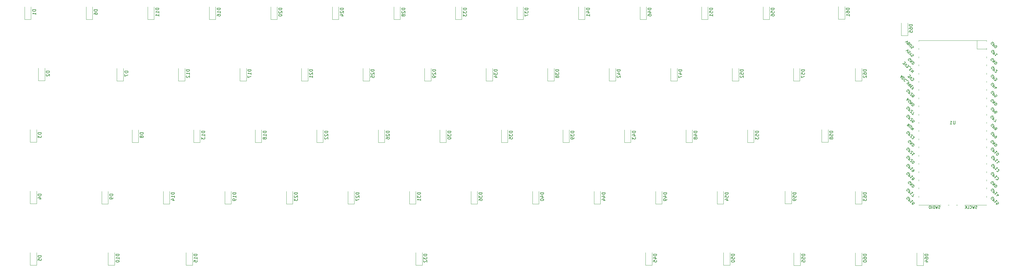
<source format=gbr>
%TF.GenerationSoftware,KiCad,Pcbnew,(6.0.8)*%
%TF.CreationDate,2022-10-10T20:20:44+01:00*%
%TF.ProjectId,keyboard-pcb,6b657962-6f61-4726-942d-7063622e6b69,1.0*%
%TF.SameCoordinates,Original*%
%TF.FileFunction,Legend,Bot*%
%TF.FilePolarity,Positive*%
%FSLAX46Y46*%
G04 Gerber Fmt 4.6, Leading zero omitted, Abs format (unit mm)*
G04 Created by KiCad (PCBNEW (6.0.8)) date 2022-10-10 20:20:44*
%MOMM*%
%LPD*%
G01*
G04 APERTURE LIST*
%ADD10C,0.150000*%
%ADD11C,0.120000*%
%ADD12O,1.800000X1.800000*%
%ADD13O,1.500000X1.500000*%
%ADD14O,1.700000X1.700000*%
%ADD15R,3.500000X1.700000*%
%ADD16R,1.700000X1.700000*%
%ADD17R,1.700000X3.500000*%
%ADD18C,1.700000*%
%ADD19C,4.000000*%
%ADD20C,2.200000*%
%ADD21R,2.000000X2.000000*%
%ADD22C,2.000000*%
%ADD23R,3.200000X2.000000*%
%ADD24C,3.050000*%
%ADD25R,1.200000X0.900000*%
G04 APERTURE END LIST*
D10*
%TO.C,U1*%
X356539704Y-148033380D02*
X356539704Y-148842904D01*
X356492085Y-148938142D01*
X356444466Y-148985761D01*
X356349228Y-149033380D01*
X356158752Y-149033380D01*
X356063514Y-148985761D01*
X356015895Y-148938142D01*
X355968276Y-148842904D01*
X355968276Y-148033380D01*
X354968276Y-149033380D02*
X355539704Y-149033380D01*
X355253990Y-149033380D02*
X355253990Y-148033380D01*
X355349228Y-148176238D01*
X355444466Y-148271476D01*
X355539704Y-148319095D01*
X368021522Y-159620407D02*
X367940710Y-159593470D01*
X367859897Y-159512658D01*
X367806023Y-159404908D01*
X367806023Y-159297158D01*
X367832960Y-159216346D01*
X367913772Y-159081659D01*
X367994584Y-159000847D01*
X368129271Y-158920035D01*
X368210084Y-158893097D01*
X368317833Y-158893097D01*
X368425583Y-158946972D01*
X368479458Y-159000847D01*
X368533332Y-159108597D01*
X368533332Y-159162471D01*
X368344771Y-159351033D01*
X368237021Y-159243284D01*
X368829644Y-159351033D02*
X368263958Y-159916719D01*
X368479458Y-160132218D01*
X368560270Y-160159155D01*
X368614145Y-160159155D01*
X368694957Y-160132218D01*
X368775769Y-160051406D01*
X368802706Y-159970593D01*
X368802706Y-159916719D01*
X368775769Y-159835906D01*
X368560270Y-159620407D01*
X369691641Y-160213030D02*
X369368392Y-159889781D01*
X369530016Y-160051406D02*
X368964331Y-160617091D01*
X368991268Y-160482404D01*
X368991268Y-160374654D01*
X368964331Y-160293842D01*
X370230389Y-160751778D02*
X369907140Y-160428529D01*
X370068764Y-160590154D02*
X369503079Y-161155839D01*
X369530016Y-161021152D01*
X369530016Y-160913402D01*
X369503079Y-160832590D01*
X341821397Y-141140035D02*
X342090771Y-141409409D01*
X341929146Y-140924536D02*
X341552023Y-141678783D01*
X342306270Y-141301659D01*
X342252395Y-142325280D02*
X342171583Y-142298343D01*
X342090771Y-142217531D01*
X342036896Y-142109781D01*
X342036896Y-142002032D01*
X342063833Y-141921219D01*
X342144645Y-141786532D01*
X342225458Y-141705720D01*
X342360145Y-141624908D01*
X342440957Y-141597971D01*
X342548706Y-141597971D01*
X342656456Y-141651845D01*
X342710331Y-141705720D01*
X342764206Y-141813470D01*
X342764206Y-141867345D01*
X342575644Y-142055906D01*
X342467894Y-141948157D01*
X343060517Y-142055906D02*
X342494832Y-142621592D01*
X343383766Y-142379155D01*
X342818080Y-142944841D01*
X343653140Y-142648529D02*
X343087454Y-143214215D01*
X343222141Y-143348902D01*
X343329891Y-143402776D01*
X343437641Y-143402776D01*
X343518453Y-143375839D01*
X343653140Y-143295027D01*
X343733952Y-143214215D01*
X343814764Y-143079528D01*
X343841702Y-142998715D01*
X343841702Y-142890966D01*
X343787827Y-142783216D01*
X343653140Y-142648529D01*
X342263958Y-167482844D02*
X342183146Y-167455906D01*
X342102334Y-167375094D01*
X342048459Y-167267345D01*
X342048459Y-167159595D01*
X342075397Y-167078783D01*
X342156209Y-166944096D01*
X342237021Y-166863284D01*
X342371708Y-166782471D01*
X342452520Y-166755534D01*
X342560270Y-166755534D01*
X342668019Y-166809409D01*
X342721894Y-166863284D01*
X342775769Y-166971033D01*
X342775769Y-167024908D01*
X342587207Y-167213470D01*
X342479458Y-167105720D01*
X343072080Y-167213470D02*
X342506395Y-167779155D01*
X343395329Y-167536719D01*
X342829644Y-168102404D01*
X343664703Y-167806093D02*
X343099018Y-168371778D01*
X343233705Y-168506465D01*
X343341454Y-168560340D01*
X343449204Y-168560340D01*
X343530016Y-168533402D01*
X343664703Y-168452590D01*
X343745515Y-168371778D01*
X343826328Y-168237091D01*
X343853265Y-168156279D01*
X343853265Y-168048529D01*
X343799390Y-167940780D01*
X343664703Y-167806093D01*
X341130929Y-123653690D02*
X341885177Y-123276566D01*
X341508053Y-124030813D01*
X342154551Y-124138563D02*
X342262300Y-124192438D01*
X342316175Y-124192438D01*
X342396987Y-124165500D01*
X342477800Y-124084688D01*
X342504737Y-124003876D01*
X342504737Y-123950001D01*
X342477800Y-123869189D01*
X342262300Y-123653690D01*
X341696615Y-124219375D01*
X341885177Y-124407937D01*
X341965989Y-124434874D01*
X342019864Y-124434874D01*
X342100676Y-124407937D01*
X342154551Y-124354062D01*
X342181488Y-124273250D01*
X342181488Y-124219375D01*
X342154551Y-124138563D01*
X341965989Y-123950001D01*
X342262300Y-124785061D02*
X342720236Y-124327125D01*
X342801048Y-124300187D01*
X342854923Y-124300187D01*
X342935735Y-124327125D01*
X343043485Y-124434874D01*
X343070422Y-124515687D01*
X343070422Y-124569561D01*
X343043485Y-124650374D01*
X342585549Y-125108309D01*
X343366734Y-124811998D02*
X343474483Y-124865873D01*
X343609170Y-125000560D01*
X343636108Y-125081372D01*
X343636108Y-125135247D01*
X343609170Y-125216059D01*
X343555296Y-125269934D01*
X343474483Y-125296871D01*
X343420609Y-125296871D01*
X343339796Y-125269934D01*
X343205109Y-125189122D01*
X343124297Y-125162184D01*
X343070422Y-125162184D01*
X342989610Y-125189122D01*
X342935735Y-125242996D01*
X342908798Y-125323809D01*
X342908798Y-125377683D01*
X342935735Y-125458496D01*
X343070422Y-125593183D01*
X343178172Y-125647057D01*
X342263958Y-129382844D02*
X342183146Y-129355906D01*
X342102334Y-129275094D01*
X342048459Y-129167345D01*
X342048459Y-129059595D01*
X342075397Y-128978783D01*
X342156209Y-128844096D01*
X342237021Y-128763284D01*
X342371708Y-128682471D01*
X342452520Y-128655534D01*
X342560270Y-128655534D01*
X342668019Y-128709409D01*
X342721894Y-128763284D01*
X342775769Y-128871033D01*
X342775769Y-128924908D01*
X342587207Y-129113470D01*
X342479458Y-129005720D01*
X343072080Y-129113470D02*
X342506395Y-129679155D01*
X343395329Y-129436719D01*
X342829644Y-130002404D01*
X343664703Y-129706093D02*
X343099018Y-130271778D01*
X343233705Y-130406465D01*
X343341454Y-130460340D01*
X343449204Y-130460340D01*
X343530016Y-130433402D01*
X343664703Y-130352590D01*
X343745515Y-130271778D01*
X343826328Y-130137091D01*
X343853265Y-130056279D01*
X343853265Y-129948529D01*
X343799390Y-129840780D01*
X343664703Y-129706093D01*
X367875522Y-164700407D02*
X367794710Y-164673470D01*
X367713897Y-164592658D01*
X367660023Y-164484908D01*
X367660023Y-164377158D01*
X367686960Y-164296346D01*
X367767772Y-164161659D01*
X367848584Y-164080847D01*
X367983271Y-164000035D01*
X368064084Y-163973097D01*
X368171833Y-163973097D01*
X368279583Y-164026972D01*
X368333458Y-164080847D01*
X368387332Y-164188597D01*
X368387332Y-164242471D01*
X368198771Y-164431033D01*
X368091021Y-164323284D01*
X368683644Y-164431033D02*
X368117958Y-164996719D01*
X368333458Y-165212218D01*
X368414270Y-165239155D01*
X368468145Y-165239155D01*
X368548957Y-165212218D01*
X368629769Y-165131406D01*
X368656706Y-165050593D01*
X368656706Y-164996719D01*
X368629769Y-164915906D01*
X368414270Y-164700407D01*
X369545641Y-165293030D02*
X369222392Y-164969781D01*
X369384016Y-165131406D02*
X368818331Y-165697091D01*
X368845268Y-165562404D01*
X368845268Y-165454654D01*
X368818331Y-165373842D01*
X369168517Y-166047277D02*
X369518703Y-166397463D01*
X369545641Y-165993402D01*
X369626453Y-166074215D01*
X369707265Y-166101152D01*
X369761140Y-166101152D01*
X369841952Y-166074215D01*
X369976639Y-165939528D01*
X370003576Y-165858715D01*
X370003576Y-165804841D01*
X369976639Y-165724028D01*
X369815015Y-165562404D01*
X369734202Y-165535467D01*
X369680328Y-165535467D01*
X339932588Y-134047226D02*
X340201962Y-134316600D01*
X340040337Y-133831727D02*
X339663214Y-134585974D01*
X340417461Y-134208850D01*
X340606023Y-134397412D02*
X340040337Y-134963097D01*
X340175024Y-135097784D01*
X340282774Y-135151659D01*
X340390523Y-135151659D01*
X340471336Y-135124722D01*
X340606023Y-135043910D01*
X340686835Y-134963097D01*
X340767647Y-134828410D01*
X340794584Y-134747598D01*
X340794584Y-134639849D01*
X340740710Y-134532099D01*
X340606023Y-134397412D01*
X341441082Y-135340221D02*
X341441082Y-135286346D01*
X341387207Y-135178597D01*
X341333332Y-135124722D01*
X341225583Y-135070847D01*
X341117833Y-135070847D01*
X341037021Y-135097784D01*
X340902334Y-135178597D01*
X340821522Y-135259409D01*
X340740710Y-135394096D01*
X340713772Y-135474908D01*
X340713772Y-135582658D01*
X340767647Y-135690407D01*
X340821522Y-135744282D01*
X340929271Y-135798157D01*
X340983146Y-135798157D01*
X341656581Y-135340221D02*
X342087580Y-135771219D01*
X341521894Y-136444654D02*
X342276141Y-136067531D01*
X341899018Y-136821778D01*
X342976514Y-136767903D02*
X342518578Y-136848715D01*
X342653265Y-136444654D02*
X342087580Y-137010340D01*
X342303079Y-137225839D01*
X342383891Y-137252776D01*
X342437766Y-137252776D01*
X342518578Y-137225839D01*
X342599390Y-137145027D01*
X342626328Y-137064215D01*
X342626328Y-137010340D01*
X342599390Y-136929528D01*
X342383891Y-136714028D01*
X342922639Y-137306651D02*
X343111201Y-137495213D01*
X343488324Y-137279714D02*
X343218950Y-137010340D01*
X342653265Y-137576025D01*
X342922639Y-137845399D01*
X343623011Y-138007024D02*
X343434450Y-137818462D01*
X343730761Y-137522150D02*
X343165076Y-138087836D01*
X343434450Y-138357210D01*
X367890896Y-137029781D02*
X367810084Y-137002844D01*
X367729271Y-136922032D01*
X367675397Y-136814282D01*
X367675397Y-136706532D01*
X367702334Y-136625720D01*
X367783146Y-136491033D01*
X367863958Y-136410221D01*
X367998645Y-136329409D01*
X368079458Y-136302471D01*
X368187207Y-136302471D01*
X368294957Y-136356346D01*
X368348832Y-136410221D01*
X368402706Y-136517971D01*
X368402706Y-136571845D01*
X368214145Y-136760407D01*
X368106395Y-136652658D01*
X368699018Y-136760407D02*
X368133332Y-137326093D01*
X368348832Y-137541592D01*
X368429644Y-137568529D01*
X368483519Y-137568529D01*
X368564331Y-137541592D01*
X368645143Y-137460780D01*
X368672080Y-137379967D01*
X368672080Y-137326093D01*
X368645143Y-137245280D01*
X368429644Y-137029781D01*
X369130016Y-137945653D02*
X369507140Y-137568529D01*
X368779830Y-138026465D02*
X369049204Y-137487717D01*
X369399390Y-137837903D01*
X367790896Y-147159781D02*
X367710084Y-147132844D01*
X367629271Y-147052032D01*
X367575397Y-146944282D01*
X367575397Y-146836532D01*
X367602334Y-146755720D01*
X367683146Y-146621033D01*
X367763958Y-146540221D01*
X367898645Y-146459409D01*
X367979458Y-146432471D01*
X368087207Y-146432471D01*
X368194957Y-146486346D01*
X368248832Y-146540221D01*
X368302706Y-146647971D01*
X368302706Y-146701845D01*
X368114145Y-146890407D01*
X368006395Y-146782658D01*
X368599018Y-146890407D02*
X368033332Y-147456093D01*
X368248832Y-147671592D01*
X368329644Y-147698529D01*
X368383519Y-147698529D01*
X368464331Y-147671592D01*
X368545143Y-147590780D01*
X368572080Y-147509967D01*
X368572080Y-147456093D01*
X368545143Y-147375280D01*
X368329644Y-147159781D01*
X368545143Y-147967903D02*
X368922267Y-148345027D01*
X369245515Y-147536905D01*
X367875522Y-172320407D02*
X367794710Y-172293470D01*
X367713897Y-172212658D01*
X367660023Y-172104908D01*
X367660023Y-171997158D01*
X367686960Y-171916346D01*
X367767772Y-171781659D01*
X367848584Y-171700847D01*
X367983271Y-171620035D01*
X368064084Y-171593097D01*
X368171833Y-171593097D01*
X368279583Y-171646972D01*
X368333458Y-171700847D01*
X368387332Y-171808597D01*
X368387332Y-171862471D01*
X368198771Y-172051033D01*
X368091021Y-171943284D01*
X368683644Y-172051033D02*
X368117958Y-172616719D01*
X368333458Y-172832218D01*
X368414270Y-172859155D01*
X368468145Y-172859155D01*
X368548957Y-172832218D01*
X368629769Y-172751406D01*
X368656706Y-172670593D01*
X368656706Y-172616719D01*
X368629769Y-172535906D01*
X368414270Y-172320407D01*
X369545641Y-172913030D02*
X369222392Y-172589781D01*
X369384016Y-172751406D02*
X368818331Y-173317091D01*
X368845268Y-173182404D01*
X368845268Y-173074654D01*
X368818331Y-172993842D01*
X369491766Y-173990526D02*
X369222392Y-173721152D01*
X369464828Y-173424841D01*
X369464828Y-173478715D01*
X369491766Y-173559528D01*
X369626453Y-173694215D01*
X369707265Y-173721152D01*
X369761140Y-173721152D01*
X369841952Y-173694215D01*
X369976639Y-173559528D01*
X370003576Y-173478715D01*
X370003576Y-173424841D01*
X369976639Y-173344028D01*
X369841952Y-173209341D01*
X369761140Y-173182404D01*
X369707265Y-173182404D01*
X341767522Y-169780407D02*
X341686710Y-169753470D01*
X341605897Y-169672658D01*
X341552023Y-169564908D01*
X341552023Y-169457158D01*
X341578960Y-169376346D01*
X341659772Y-169241659D01*
X341740584Y-169160847D01*
X341875271Y-169080035D01*
X341956084Y-169053097D01*
X342063833Y-169053097D01*
X342171583Y-169106972D01*
X342225458Y-169160847D01*
X342279332Y-169268597D01*
X342279332Y-169322471D01*
X342090771Y-169511033D01*
X341983021Y-169403284D01*
X342575644Y-169511033D02*
X342009958Y-170076719D01*
X342225458Y-170292218D01*
X342306270Y-170319155D01*
X342360145Y-170319155D01*
X342440957Y-170292218D01*
X342521769Y-170211406D01*
X342548706Y-170130593D01*
X342548706Y-170076719D01*
X342521769Y-169995906D01*
X342306270Y-169780407D01*
X343437641Y-170373030D02*
X343114392Y-170049781D01*
X343276016Y-170211406D02*
X342710331Y-170777091D01*
X342737268Y-170642404D01*
X342737268Y-170534654D01*
X342710331Y-170453842D01*
X343060517Y-171127277D02*
X343437641Y-171504401D01*
X343760889Y-170696279D01*
X341767522Y-146920407D02*
X341686710Y-146893470D01*
X341605897Y-146812658D01*
X341552023Y-146704908D01*
X341552023Y-146597158D01*
X341578960Y-146516346D01*
X341659772Y-146381659D01*
X341740584Y-146300847D01*
X341875271Y-146220035D01*
X341956084Y-146193097D01*
X342063833Y-146193097D01*
X342171583Y-146246972D01*
X342225458Y-146300847D01*
X342279332Y-146408597D01*
X342279332Y-146462471D01*
X342090771Y-146651033D01*
X341983021Y-146543284D01*
X342575644Y-146651033D02*
X342009958Y-147216719D01*
X342225458Y-147432218D01*
X342306270Y-147459155D01*
X342360145Y-147459155D01*
X342440957Y-147432218D01*
X342521769Y-147351406D01*
X342548706Y-147270593D01*
X342548706Y-147216719D01*
X342521769Y-147135906D01*
X342306270Y-146920407D01*
X342602581Y-147701592D02*
X342602581Y-147755467D01*
X342629519Y-147836279D01*
X342764206Y-147970966D01*
X342845018Y-147997903D01*
X342898893Y-147997903D01*
X342979705Y-147970966D01*
X343033580Y-147917091D01*
X343087454Y-147809341D01*
X343087454Y-147162844D01*
X343437641Y-147513030D01*
X343356828Y-148563589D02*
X343249079Y-148455839D01*
X343222141Y-148375027D01*
X343222141Y-148321152D01*
X343249079Y-148186465D01*
X343329891Y-148051778D01*
X343545390Y-147836279D01*
X343626202Y-147809341D01*
X343680077Y-147809341D01*
X343760889Y-147836279D01*
X343868639Y-147944028D01*
X343895576Y-148024841D01*
X343895576Y-148078715D01*
X343868639Y-148159528D01*
X343733952Y-148294215D01*
X343653140Y-148321152D01*
X343599265Y-148321152D01*
X343518453Y-148294215D01*
X343410703Y-148186465D01*
X343383766Y-148105653D01*
X343383766Y-148051778D01*
X343410703Y-147970966D01*
X363287323Y-175104809D02*
X363173038Y-175142904D01*
X362982561Y-175142904D01*
X362906371Y-175104809D01*
X362868276Y-175066714D01*
X362830180Y-174990523D01*
X362830180Y-174914333D01*
X362868276Y-174838142D01*
X362906371Y-174800047D01*
X362982561Y-174761952D01*
X363134942Y-174723857D01*
X363211133Y-174685761D01*
X363249228Y-174647666D01*
X363287323Y-174571476D01*
X363287323Y-174495285D01*
X363249228Y-174419095D01*
X363211133Y-174381000D01*
X363134942Y-174342904D01*
X362944466Y-174342904D01*
X362830180Y-174381000D01*
X362563514Y-174342904D02*
X362373038Y-175142904D01*
X362220657Y-174571476D01*
X362068276Y-175142904D01*
X361877800Y-174342904D01*
X361115895Y-175066714D02*
X361153990Y-175104809D01*
X361268276Y-175142904D01*
X361344466Y-175142904D01*
X361458752Y-175104809D01*
X361534942Y-175028619D01*
X361573038Y-174952428D01*
X361611133Y-174800047D01*
X361611133Y-174685761D01*
X361573038Y-174533380D01*
X361534942Y-174457190D01*
X361458752Y-174381000D01*
X361344466Y-174342904D01*
X361268276Y-174342904D01*
X361153990Y-174381000D01*
X361115895Y-174419095D01*
X360392085Y-175142904D02*
X360773038Y-175142904D01*
X360773038Y-174342904D01*
X360125419Y-175142904D02*
X360125419Y-174342904D01*
X359668276Y-175142904D02*
X360011133Y-174685761D01*
X359668276Y-174342904D02*
X360125419Y-174800047D01*
X340299931Y-130222691D02*
X340650117Y-130572877D01*
X340677055Y-130168816D01*
X340757867Y-130249629D01*
X340838679Y-130276566D01*
X340892554Y-130276566D01*
X340973366Y-130249629D01*
X341108053Y-130114942D01*
X341134990Y-130034129D01*
X341134990Y-129980255D01*
X341108053Y-129899442D01*
X340946429Y-129737818D01*
X340865616Y-129710881D01*
X340811742Y-129710881D01*
X340811742Y-130734502D02*
X341565989Y-130357378D01*
X341188865Y-131111625D01*
X341323552Y-131246312D02*
X341673738Y-131596499D01*
X341700676Y-131192438D01*
X341781488Y-131273250D01*
X341862300Y-131300187D01*
X341916175Y-131300187D01*
X341996987Y-131273250D01*
X342131674Y-131138563D01*
X342158612Y-131057751D01*
X342158612Y-131003876D01*
X342131674Y-130923064D01*
X341970050Y-130761439D01*
X341889238Y-130734502D01*
X341835363Y-130734502D01*
X342401048Y-131084688D02*
X342832047Y-131515687D01*
X342616548Y-132000560D02*
X342805109Y-132189122D01*
X343182233Y-131973622D02*
X342912859Y-131704248D01*
X342347174Y-132269934D01*
X342616548Y-132539308D01*
X343424670Y-132216059D02*
X342858984Y-132781744D01*
X343747918Y-132539308D01*
X343182233Y-133104993D01*
X341867647Y-134290407D02*
X342217833Y-134640593D01*
X342244771Y-134236532D01*
X342325583Y-134317345D01*
X342406395Y-134344282D01*
X342460270Y-134344282D01*
X342541082Y-134317345D01*
X342675769Y-134182658D01*
X342702706Y-134101845D01*
X342702706Y-134047971D01*
X342675769Y-133967158D01*
X342514145Y-133805534D01*
X342433332Y-133778597D01*
X342379458Y-133778597D01*
X342379458Y-134802218D02*
X343133705Y-134425094D01*
X342756581Y-135179341D01*
X342891268Y-135314028D02*
X343241454Y-135664215D01*
X343268392Y-135260154D01*
X343349204Y-135340966D01*
X343430016Y-135367903D01*
X343483891Y-135367903D01*
X343564703Y-135340966D01*
X343699390Y-135206279D01*
X343726328Y-135125467D01*
X343726328Y-135071592D01*
X343699390Y-134990780D01*
X343537766Y-134829155D01*
X343456954Y-134802218D01*
X343403079Y-134802218D01*
X367890896Y-149729781D02*
X367810084Y-149702844D01*
X367729271Y-149622032D01*
X367675397Y-149514282D01*
X367675397Y-149406532D01*
X367702334Y-149325720D01*
X367783146Y-149191033D01*
X367863958Y-149110221D01*
X367998645Y-149029409D01*
X368079458Y-149002471D01*
X368187207Y-149002471D01*
X368294957Y-149056346D01*
X368348832Y-149110221D01*
X368402706Y-149217971D01*
X368402706Y-149271845D01*
X368214145Y-149460407D01*
X368106395Y-149352658D01*
X368699018Y-149460407D02*
X368133332Y-150026093D01*
X368348832Y-150241592D01*
X368429644Y-150268529D01*
X368483519Y-150268529D01*
X368564331Y-150241592D01*
X368645143Y-150160780D01*
X368672080Y-150079967D01*
X368672080Y-150026093D01*
X368645143Y-149945280D01*
X368429644Y-149729781D01*
X369022267Y-150430154D02*
X368941454Y-150403216D01*
X368887580Y-150403216D01*
X368806767Y-150430154D01*
X368779830Y-150457091D01*
X368752893Y-150537903D01*
X368752893Y-150591778D01*
X368779830Y-150672590D01*
X368887580Y-150780340D01*
X368968392Y-150807277D01*
X369022267Y-150807277D01*
X369103079Y-150780340D01*
X369130016Y-150753402D01*
X369156954Y-150672590D01*
X369156954Y-150618715D01*
X369130016Y-150537903D01*
X369022267Y-150430154D01*
X368995329Y-150349341D01*
X368995329Y-150295467D01*
X369022267Y-150214654D01*
X369130016Y-150106905D01*
X369210828Y-150079967D01*
X369264703Y-150079967D01*
X369345515Y-150106905D01*
X369453265Y-150214654D01*
X369480202Y-150295467D01*
X369480202Y-150349341D01*
X369453265Y-150430154D01*
X369345515Y-150537903D01*
X369264703Y-150564841D01*
X369210828Y-150564841D01*
X369130016Y-150537903D01*
X341767522Y-172320407D02*
X341686710Y-172293470D01*
X341605897Y-172212658D01*
X341552023Y-172104908D01*
X341552023Y-171997158D01*
X341578960Y-171916346D01*
X341659772Y-171781659D01*
X341740584Y-171700847D01*
X341875271Y-171620035D01*
X341956084Y-171593097D01*
X342063833Y-171593097D01*
X342171583Y-171646972D01*
X342225458Y-171700847D01*
X342279332Y-171808597D01*
X342279332Y-171862471D01*
X342090771Y-172051033D01*
X341983021Y-171943284D01*
X342575644Y-172051033D02*
X342009958Y-172616719D01*
X342225458Y-172832218D01*
X342306270Y-172859155D01*
X342360145Y-172859155D01*
X342440957Y-172832218D01*
X342521769Y-172751406D01*
X342548706Y-172670593D01*
X342548706Y-172616719D01*
X342521769Y-172535906D01*
X342306270Y-172320407D01*
X343437641Y-172913030D02*
X343114392Y-172589781D01*
X343276016Y-172751406D02*
X342710331Y-173317091D01*
X342737268Y-173182404D01*
X342737268Y-173074654D01*
X342710331Y-172993842D01*
X343356828Y-173963589D02*
X343249079Y-173855839D01*
X343222141Y-173775027D01*
X343222141Y-173721152D01*
X343249079Y-173586465D01*
X343329891Y-173451778D01*
X343545390Y-173236279D01*
X343626202Y-173209341D01*
X343680077Y-173209341D01*
X343760889Y-173236279D01*
X343868639Y-173344028D01*
X343895576Y-173424841D01*
X343895576Y-173478715D01*
X343868639Y-173559528D01*
X343733952Y-173694215D01*
X343653140Y-173721152D01*
X343599265Y-173721152D01*
X343518453Y-173694215D01*
X343410703Y-173586465D01*
X343383766Y-173505653D01*
X343383766Y-173451778D01*
X343410703Y-173370966D01*
X342263958Y-154782844D02*
X342183146Y-154755906D01*
X342102334Y-154675094D01*
X342048459Y-154567345D01*
X342048459Y-154459595D01*
X342075397Y-154378783D01*
X342156209Y-154244096D01*
X342237021Y-154163284D01*
X342371708Y-154082471D01*
X342452520Y-154055534D01*
X342560270Y-154055534D01*
X342668019Y-154109409D01*
X342721894Y-154163284D01*
X342775769Y-154271033D01*
X342775769Y-154324908D01*
X342587207Y-154513470D01*
X342479458Y-154405720D01*
X343072080Y-154513470D02*
X342506395Y-155079155D01*
X343395329Y-154836719D01*
X342829644Y-155402404D01*
X343664703Y-155106093D02*
X343099018Y-155671778D01*
X343233705Y-155806465D01*
X343341454Y-155860340D01*
X343449204Y-155860340D01*
X343530016Y-155833402D01*
X343664703Y-155752590D01*
X343745515Y-155671778D01*
X343826328Y-155537091D01*
X343853265Y-155456279D01*
X343853265Y-155348529D01*
X343799390Y-155240780D01*
X343664703Y-155106093D01*
X367863958Y-142082844D02*
X367783146Y-142055906D01*
X367702334Y-141975094D01*
X367648459Y-141867345D01*
X367648459Y-141759595D01*
X367675397Y-141678783D01*
X367756209Y-141544096D01*
X367837021Y-141463284D01*
X367971708Y-141382471D01*
X368052520Y-141355534D01*
X368160270Y-141355534D01*
X368268019Y-141409409D01*
X368321894Y-141463284D01*
X368375769Y-141571033D01*
X368375769Y-141624908D01*
X368187207Y-141813470D01*
X368079458Y-141705720D01*
X368672080Y-141813470D02*
X368106395Y-142379155D01*
X368995329Y-142136719D01*
X368429644Y-142702404D01*
X369264703Y-142406093D02*
X368699018Y-142971778D01*
X368833705Y-143106465D01*
X368941454Y-143160340D01*
X369049204Y-143160340D01*
X369130016Y-143133402D01*
X369264703Y-143052590D01*
X369345515Y-142971778D01*
X369426328Y-142837091D01*
X369453265Y-142756279D01*
X369453265Y-142648529D01*
X369399390Y-142540780D01*
X369264703Y-142406093D01*
X341767522Y-139046407D02*
X341686710Y-139019470D01*
X341605897Y-138938658D01*
X341552023Y-138830908D01*
X341552023Y-138723158D01*
X341578960Y-138642346D01*
X341659772Y-138507659D01*
X341740584Y-138426847D01*
X341875271Y-138346035D01*
X341956084Y-138319097D01*
X342063833Y-138319097D01*
X342171583Y-138372972D01*
X342225458Y-138426847D01*
X342279332Y-138534597D01*
X342279332Y-138588471D01*
X342090771Y-138777033D01*
X341983021Y-138669284D01*
X342575644Y-138777033D02*
X342009958Y-139342719D01*
X342225458Y-139558218D01*
X342306270Y-139585155D01*
X342360145Y-139585155D01*
X342440957Y-139558218D01*
X342521769Y-139477406D01*
X342548706Y-139396593D01*
X342548706Y-139342719D01*
X342521769Y-139261906D01*
X342306270Y-139046407D01*
X342602581Y-139827592D02*
X342602581Y-139881467D01*
X342629519Y-139962279D01*
X342764206Y-140096966D01*
X342845018Y-140123903D01*
X342898893Y-140123903D01*
X342979705Y-140096966D01*
X343033580Y-140043091D01*
X343087454Y-139935341D01*
X343087454Y-139288844D01*
X343437641Y-139639030D01*
X343437641Y-140285528D02*
X343356828Y-140258590D01*
X343302954Y-140258590D01*
X343222141Y-140285528D01*
X343195204Y-140312465D01*
X343168267Y-140393277D01*
X343168267Y-140447152D01*
X343195204Y-140527964D01*
X343302954Y-140635714D01*
X343383766Y-140662651D01*
X343437641Y-140662651D01*
X343518453Y-140635714D01*
X343545390Y-140608776D01*
X343572328Y-140527964D01*
X343572328Y-140474089D01*
X343545390Y-140393277D01*
X343437641Y-140285528D01*
X343410703Y-140204715D01*
X343410703Y-140150841D01*
X343437641Y-140070028D01*
X343545390Y-139962279D01*
X343626202Y-139935341D01*
X343680077Y-139935341D01*
X343760889Y-139962279D01*
X343868639Y-140070028D01*
X343895576Y-140150841D01*
X343895576Y-140204715D01*
X343868639Y-140285528D01*
X343760889Y-140393277D01*
X343680077Y-140420215D01*
X343626202Y-140420215D01*
X343545390Y-140393277D01*
X367890896Y-152269781D02*
X367810084Y-152242844D01*
X367729271Y-152162032D01*
X367675397Y-152054282D01*
X367675397Y-151946532D01*
X367702334Y-151865720D01*
X367783146Y-151731033D01*
X367863958Y-151650221D01*
X367998645Y-151569409D01*
X368079458Y-151542471D01*
X368187207Y-151542471D01*
X368294957Y-151596346D01*
X368348832Y-151650221D01*
X368402706Y-151757971D01*
X368402706Y-151811845D01*
X368214145Y-152000407D01*
X368106395Y-151892658D01*
X368699018Y-152000407D02*
X368133332Y-152566093D01*
X368348832Y-152781592D01*
X368429644Y-152808529D01*
X368483519Y-152808529D01*
X368564331Y-152781592D01*
X368645143Y-152700780D01*
X368672080Y-152619967D01*
X368672080Y-152566093D01*
X368645143Y-152485280D01*
X368429644Y-152269781D01*
X369291641Y-152593030D02*
X369399390Y-152700780D01*
X369426328Y-152781592D01*
X369426328Y-152835467D01*
X369399390Y-152970154D01*
X369318578Y-153104841D01*
X369103079Y-153320340D01*
X369022267Y-153347277D01*
X368968392Y-153347277D01*
X368887580Y-153320340D01*
X368779830Y-153212590D01*
X368752893Y-153131778D01*
X368752893Y-153077903D01*
X368779830Y-152997091D01*
X368914517Y-152862404D01*
X368995329Y-152835467D01*
X369049204Y-152835467D01*
X369130016Y-152862404D01*
X369237766Y-152970154D01*
X369264703Y-153050966D01*
X369264703Y-153104841D01*
X369237766Y-153185653D01*
X351873038Y-175104809D02*
X351758752Y-175142904D01*
X351568276Y-175142904D01*
X351492085Y-175104809D01*
X351453990Y-175066714D01*
X351415895Y-174990523D01*
X351415895Y-174914333D01*
X351453990Y-174838142D01*
X351492085Y-174800047D01*
X351568276Y-174761952D01*
X351720657Y-174723857D01*
X351796847Y-174685761D01*
X351834942Y-174647666D01*
X351873038Y-174571476D01*
X351873038Y-174495285D01*
X351834942Y-174419095D01*
X351796847Y-174381000D01*
X351720657Y-174342904D01*
X351530180Y-174342904D01*
X351415895Y-174381000D01*
X351149228Y-174342904D02*
X350958752Y-175142904D01*
X350806371Y-174571476D01*
X350653990Y-175142904D01*
X350463514Y-174342904D01*
X350158752Y-175142904D02*
X350158752Y-174342904D01*
X349968276Y-174342904D01*
X349853990Y-174381000D01*
X349777800Y-174457190D01*
X349739704Y-174533380D01*
X349701609Y-174685761D01*
X349701609Y-174800047D01*
X349739704Y-174952428D01*
X349777800Y-175028619D01*
X349853990Y-175104809D01*
X349968276Y-175142904D01*
X350158752Y-175142904D01*
X349358752Y-175142904D02*
X349358752Y-174342904D01*
X348825419Y-174342904D02*
X348673038Y-174342904D01*
X348596847Y-174381000D01*
X348520657Y-174457190D01*
X348482561Y-174609571D01*
X348482561Y-174876238D01*
X348520657Y-175028619D01*
X348596847Y-175104809D01*
X348673038Y-175142904D01*
X348825419Y-175142904D01*
X348901609Y-175104809D01*
X348977800Y-175028619D01*
X349015895Y-174876238D01*
X349015895Y-174609571D01*
X348977800Y-174457190D01*
X348901609Y-174381000D01*
X348825419Y-174342904D01*
X367890896Y-139569781D02*
X367810084Y-139542844D01*
X367729271Y-139462032D01*
X367675397Y-139354282D01*
X367675397Y-139246532D01*
X367702334Y-139165720D01*
X367783146Y-139031033D01*
X367863958Y-138950221D01*
X367998645Y-138869409D01*
X368079458Y-138842471D01*
X368187207Y-138842471D01*
X368294957Y-138896346D01*
X368348832Y-138950221D01*
X368402706Y-139057971D01*
X368402706Y-139111845D01*
X368214145Y-139300407D01*
X368106395Y-139192658D01*
X368699018Y-139300407D02*
X368133332Y-139866093D01*
X368348832Y-140081592D01*
X368429644Y-140108529D01*
X368483519Y-140108529D01*
X368564331Y-140081592D01*
X368645143Y-140000780D01*
X368672080Y-139919967D01*
X368672080Y-139866093D01*
X368645143Y-139785280D01*
X368429644Y-139569781D01*
X368968392Y-140701152D02*
X368699018Y-140431778D01*
X368941454Y-140135467D01*
X368941454Y-140189341D01*
X368968392Y-140270154D01*
X369103079Y-140404841D01*
X369183891Y-140431778D01*
X369237766Y-140431778D01*
X369318578Y-140404841D01*
X369453265Y-140270154D01*
X369480202Y-140189341D01*
X369480202Y-140135467D01*
X369453265Y-140054654D01*
X369318578Y-139919967D01*
X369237766Y-139893030D01*
X369183891Y-139893030D01*
X367890896Y-124329781D02*
X367810084Y-124302844D01*
X367729271Y-124222032D01*
X367675397Y-124114282D01*
X367675397Y-124006532D01*
X367702334Y-123925720D01*
X367783146Y-123791033D01*
X367863958Y-123710221D01*
X367998645Y-123629409D01*
X368079458Y-123602471D01*
X368187207Y-123602471D01*
X368294957Y-123656346D01*
X368348832Y-123710221D01*
X368402706Y-123817971D01*
X368402706Y-123871845D01*
X368214145Y-124060407D01*
X368106395Y-123952658D01*
X368699018Y-124060407D02*
X368133332Y-124626093D01*
X368348832Y-124841592D01*
X368429644Y-124868529D01*
X368483519Y-124868529D01*
X368564331Y-124841592D01*
X368645143Y-124760780D01*
X368672080Y-124679967D01*
X368672080Y-124626093D01*
X368645143Y-124545280D01*
X368429644Y-124329781D01*
X368806767Y-125299528D02*
X368860642Y-125353402D01*
X368941454Y-125380340D01*
X368995329Y-125380340D01*
X369076141Y-125353402D01*
X369210828Y-125272590D01*
X369345515Y-125137903D01*
X369426328Y-125003216D01*
X369453265Y-124922404D01*
X369453265Y-124868529D01*
X369426328Y-124787717D01*
X369372453Y-124733842D01*
X369291641Y-124706905D01*
X369237766Y-124706905D01*
X369156954Y-124733842D01*
X369022267Y-124814654D01*
X368887580Y-124949341D01*
X368806767Y-125084028D01*
X368779830Y-125164841D01*
X368779830Y-125218715D01*
X368806767Y-125299528D01*
X367890896Y-134489781D02*
X367810084Y-134462844D01*
X367729271Y-134382032D01*
X367675397Y-134274282D01*
X367675397Y-134166532D01*
X367702334Y-134085720D01*
X367783146Y-133951033D01*
X367863958Y-133870221D01*
X367998645Y-133789409D01*
X368079458Y-133762471D01*
X368187207Y-133762471D01*
X368294957Y-133816346D01*
X368348832Y-133870221D01*
X368402706Y-133977971D01*
X368402706Y-134031845D01*
X368214145Y-134220407D01*
X368106395Y-134112658D01*
X368699018Y-134220407D02*
X368133332Y-134786093D01*
X368348832Y-135001592D01*
X368429644Y-135028529D01*
X368483519Y-135028529D01*
X368564331Y-135001592D01*
X368645143Y-134920780D01*
X368672080Y-134839967D01*
X368672080Y-134786093D01*
X368645143Y-134705280D01*
X368429644Y-134489781D01*
X368645143Y-135297903D02*
X368995329Y-135648089D01*
X369022267Y-135244028D01*
X369103079Y-135324841D01*
X369183891Y-135351778D01*
X369237766Y-135351778D01*
X369318578Y-135324841D01*
X369453265Y-135190154D01*
X369480202Y-135109341D01*
X369480202Y-135055467D01*
X369453265Y-134974654D01*
X369291641Y-134813030D01*
X369210828Y-134786093D01*
X369156954Y-134786093D01*
X367863958Y-167482844D02*
X367783146Y-167455906D01*
X367702334Y-167375094D01*
X367648459Y-167267345D01*
X367648459Y-167159595D01*
X367675397Y-167078783D01*
X367756209Y-166944096D01*
X367837021Y-166863284D01*
X367971708Y-166782471D01*
X368052520Y-166755534D01*
X368160270Y-166755534D01*
X368268019Y-166809409D01*
X368321894Y-166863284D01*
X368375769Y-166971033D01*
X368375769Y-167024908D01*
X368187207Y-167213470D01*
X368079458Y-167105720D01*
X368672080Y-167213470D02*
X368106395Y-167779155D01*
X368995329Y-167536719D01*
X368429644Y-168102404D01*
X369264703Y-167806093D02*
X368699018Y-168371778D01*
X368833705Y-168506465D01*
X368941454Y-168560340D01*
X369049204Y-168560340D01*
X369130016Y-168533402D01*
X369264703Y-168452590D01*
X369345515Y-168371778D01*
X369426328Y-168237091D01*
X369453265Y-168156279D01*
X369453265Y-168048529D01*
X369399390Y-167940780D01*
X369264703Y-167806093D01*
X367863958Y-129382844D02*
X367783146Y-129355906D01*
X367702334Y-129275094D01*
X367648459Y-129167345D01*
X367648459Y-129059595D01*
X367675397Y-128978783D01*
X367756209Y-128844096D01*
X367837021Y-128763284D01*
X367971708Y-128682471D01*
X368052520Y-128655534D01*
X368160270Y-128655534D01*
X368268019Y-128709409D01*
X368321894Y-128763284D01*
X368375769Y-128871033D01*
X368375769Y-128924908D01*
X368187207Y-129113470D01*
X368079458Y-129005720D01*
X368672080Y-129113470D02*
X368106395Y-129679155D01*
X368995329Y-129436719D01*
X368429644Y-130002404D01*
X369264703Y-129706093D02*
X368699018Y-130271778D01*
X368833705Y-130406465D01*
X368941454Y-130460340D01*
X369049204Y-130460340D01*
X369130016Y-130433402D01*
X369264703Y-130352590D01*
X369345515Y-130271778D01*
X369426328Y-130137091D01*
X369453265Y-130056279D01*
X369453265Y-129948529D01*
X369399390Y-129840780D01*
X369264703Y-129706093D01*
X341767522Y-159620407D02*
X341686710Y-159593470D01*
X341605897Y-159512658D01*
X341552023Y-159404908D01*
X341552023Y-159297158D01*
X341578960Y-159216346D01*
X341659772Y-159081659D01*
X341740584Y-159000847D01*
X341875271Y-158920035D01*
X341956084Y-158893097D01*
X342063833Y-158893097D01*
X342171583Y-158946972D01*
X342225458Y-159000847D01*
X342279332Y-159108597D01*
X342279332Y-159162471D01*
X342090771Y-159351033D01*
X341983021Y-159243284D01*
X342575644Y-159351033D02*
X342009958Y-159916719D01*
X342225458Y-160132218D01*
X342306270Y-160159155D01*
X342360145Y-160159155D01*
X342440957Y-160132218D01*
X342521769Y-160051406D01*
X342548706Y-159970593D01*
X342548706Y-159916719D01*
X342521769Y-159835906D01*
X342306270Y-159620407D01*
X342602581Y-160401592D02*
X342602581Y-160455467D01*
X342629519Y-160536279D01*
X342764206Y-160670966D01*
X342845018Y-160697903D01*
X342898893Y-160697903D01*
X342979705Y-160670966D01*
X343033580Y-160617091D01*
X343087454Y-160509341D01*
X343087454Y-159862844D01*
X343437641Y-160213030D01*
X343222141Y-161128902D02*
X343276016Y-161182776D01*
X343356828Y-161209714D01*
X343410703Y-161209714D01*
X343491515Y-161182776D01*
X343626202Y-161101964D01*
X343760889Y-160967277D01*
X343841702Y-160832590D01*
X343868639Y-160751778D01*
X343868639Y-160697903D01*
X343841702Y-160617091D01*
X343787827Y-160563216D01*
X343707015Y-160536279D01*
X343653140Y-160536279D01*
X343572328Y-160563216D01*
X343437641Y-160644028D01*
X343302954Y-160778715D01*
X343222141Y-160913402D01*
X343195204Y-160994215D01*
X343195204Y-161048089D01*
X343222141Y-161128902D01*
X341767522Y-162160407D02*
X341686710Y-162133470D01*
X341605897Y-162052658D01*
X341552023Y-161944908D01*
X341552023Y-161837158D01*
X341578960Y-161756346D01*
X341659772Y-161621659D01*
X341740584Y-161540847D01*
X341875271Y-161460035D01*
X341956084Y-161433097D01*
X342063833Y-161433097D01*
X342171583Y-161486972D01*
X342225458Y-161540847D01*
X342279332Y-161648597D01*
X342279332Y-161702471D01*
X342090771Y-161891033D01*
X341983021Y-161783284D01*
X342575644Y-161891033D02*
X342009958Y-162456719D01*
X342225458Y-162672218D01*
X342306270Y-162699155D01*
X342360145Y-162699155D01*
X342440957Y-162672218D01*
X342521769Y-162591406D01*
X342548706Y-162510593D01*
X342548706Y-162456719D01*
X342521769Y-162375906D01*
X342306270Y-162160407D01*
X343437641Y-162753030D02*
X343114392Y-162429781D01*
X343276016Y-162591406D02*
X342710331Y-163157091D01*
X342737268Y-163022404D01*
X342737268Y-162914654D01*
X342710331Y-162833842D01*
X343707015Y-163022404D02*
X343814764Y-163130154D01*
X343841702Y-163210966D01*
X343841702Y-163264841D01*
X343814764Y-163399528D01*
X343733952Y-163534215D01*
X343518453Y-163749714D01*
X343437641Y-163776651D01*
X343383766Y-163776651D01*
X343302954Y-163749714D01*
X343195204Y-163641964D01*
X343168267Y-163561152D01*
X343168267Y-163507277D01*
X343195204Y-163426465D01*
X343329891Y-163291778D01*
X343410703Y-163264841D01*
X343464578Y-163264841D01*
X343545390Y-163291778D01*
X343653140Y-163399528D01*
X343680077Y-163480340D01*
X343680077Y-163534215D01*
X343653140Y-163615027D01*
X367990896Y-131949781D02*
X367910084Y-131922844D01*
X367829271Y-131842032D01*
X367775397Y-131734282D01*
X367775397Y-131626532D01*
X367802334Y-131545720D01*
X367883146Y-131411033D01*
X367963958Y-131330221D01*
X368098645Y-131249409D01*
X368179458Y-131222471D01*
X368287207Y-131222471D01*
X368394957Y-131276346D01*
X368448832Y-131330221D01*
X368502706Y-131437971D01*
X368502706Y-131491845D01*
X368314145Y-131680407D01*
X368206395Y-131572658D01*
X368799018Y-131680407D02*
X368233332Y-132246093D01*
X368448832Y-132461592D01*
X368529644Y-132488529D01*
X368583519Y-132488529D01*
X368664331Y-132461592D01*
X368745143Y-132380780D01*
X368772080Y-132299967D01*
X368772080Y-132246093D01*
X368745143Y-132165280D01*
X368529644Y-131949781D01*
X368825955Y-132730966D02*
X368825955Y-132784841D01*
X368852893Y-132865653D01*
X368987580Y-133000340D01*
X369068392Y-133027277D01*
X369122267Y-133027277D01*
X369203079Y-133000340D01*
X369256954Y-132946465D01*
X369310828Y-132838715D01*
X369310828Y-132192218D01*
X369661015Y-132542404D01*
X341767522Y-164700407D02*
X341686710Y-164673470D01*
X341605897Y-164592658D01*
X341552023Y-164484908D01*
X341552023Y-164377158D01*
X341578960Y-164296346D01*
X341659772Y-164161659D01*
X341740584Y-164080847D01*
X341875271Y-164000035D01*
X341956084Y-163973097D01*
X342063833Y-163973097D01*
X342171583Y-164026972D01*
X342225458Y-164080847D01*
X342279332Y-164188597D01*
X342279332Y-164242471D01*
X342090771Y-164431033D01*
X341983021Y-164323284D01*
X342575644Y-164431033D02*
X342009958Y-164996719D01*
X342225458Y-165212218D01*
X342306270Y-165239155D01*
X342360145Y-165239155D01*
X342440957Y-165212218D01*
X342521769Y-165131406D01*
X342548706Y-165050593D01*
X342548706Y-164996719D01*
X342521769Y-164915906D01*
X342306270Y-164700407D01*
X343437641Y-165293030D02*
X343114392Y-164969781D01*
X343276016Y-165131406D02*
X342710331Y-165697091D01*
X342737268Y-165562404D01*
X342737268Y-165454654D01*
X342710331Y-165373842D01*
X343437641Y-165939528D02*
X343356828Y-165912590D01*
X343302954Y-165912590D01*
X343222141Y-165939528D01*
X343195204Y-165966465D01*
X343168267Y-166047277D01*
X343168267Y-166101152D01*
X343195204Y-166181964D01*
X343302954Y-166289714D01*
X343383766Y-166316651D01*
X343437641Y-166316651D01*
X343518453Y-166289714D01*
X343545390Y-166262776D01*
X343572328Y-166181964D01*
X343572328Y-166128089D01*
X343545390Y-166047277D01*
X343437641Y-165939528D01*
X343410703Y-165858715D01*
X343410703Y-165804841D01*
X343437641Y-165724028D01*
X343545390Y-165616279D01*
X343626202Y-165589341D01*
X343680077Y-165589341D01*
X343760889Y-165616279D01*
X343868639Y-165724028D01*
X343895576Y-165804841D01*
X343895576Y-165858715D01*
X343868639Y-165939528D01*
X343760889Y-166047277D01*
X343680077Y-166074215D01*
X343626202Y-166074215D01*
X343545390Y-166047277D01*
X367890896Y-144649781D02*
X367810084Y-144622844D01*
X367729271Y-144542032D01*
X367675397Y-144434282D01*
X367675397Y-144326532D01*
X367702334Y-144245720D01*
X367783146Y-144111033D01*
X367863958Y-144030221D01*
X367998645Y-143949409D01*
X368079458Y-143922471D01*
X368187207Y-143922471D01*
X368294957Y-143976346D01*
X368348832Y-144030221D01*
X368402706Y-144137971D01*
X368402706Y-144191845D01*
X368214145Y-144380407D01*
X368106395Y-144272658D01*
X368699018Y-144380407D02*
X368133332Y-144946093D01*
X368348832Y-145161592D01*
X368429644Y-145188529D01*
X368483519Y-145188529D01*
X368564331Y-145161592D01*
X368645143Y-145080780D01*
X368672080Y-144999967D01*
X368672080Y-144946093D01*
X368645143Y-144865280D01*
X368429644Y-144649781D01*
X368941454Y-145754215D02*
X368833705Y-145646465D01*
X368806767Y-145565653D01*
X368806767Y-145511778D01*
X368833705Y-145377091D01*
X368914517Y-145242404D01*
X369130016Y-145026905D01*
X369210828Y-144999967D01*
X369264703Y-144999967D01*
X369345515Y-145026905D01*
X369453265Y-145134654D01*
X369480202Y-145215467D01*
X369480202Y-145269341D01*
X369453265Y-145350154D01*
X369318578Y-145484841D01*
X369237766Y-145511778D01*
X369183891Y-145511778D01*
X369103079Y-145484841D01*
X368995329Y-145377091D01*
X368968392Y-145296279D01*
X368968392Y-145242404D01*
X368995329Y-145161592D01*
X341767522Y-157090407D02*
X341686710Y-157063470D01*
X341605897Y-156982658D01*
X341552023Y-156874908D01*
X341552023Y-156767158D01*
X341578960Y-156686346D01*
X341659772Y-156551659D01*
X341740584Y-156470847D01*
X341875271Y-156390035D01*
X341956084Y-156363097D01*
X342063833Y-156363097D01*
X342171583Y-156416972D01*
X342225458Y-156470847D01*
X342279332Y-156578597D01*
X342279332Y-156632471D01*
X342090771Y-156821033D01*
X341983021Y-156713284D01*
X342575644Y-156821033D02*
X342009958Y-157386719D01*
X342225458Y-157602218D01*
X342306270Y-157629155D01*
X342360145Y-157629155D01*
X342440957Y-157602218D01*
X342521769Y-157521406D01*
X342548706Y-157440593D01*
X342548706Y-157386719D01*
X342521769Y-157305906D01*
X342306270Y-157090407D01*
X342602581Y-157871592D02*
X342602581Y-157925467D01*
X342629519Y-158006279D01*
X342764206Y-158140966D01*
X342845018Y-158167903D01*
X342898893Y-158167903D01*
X342979705Y-158140966D01*
X343033580Y-158087091D01*
X343087454Y-157979341D01*
X343087454Y-157332844D01*
X343437641Y-157683030D01*
X343976389Y-158221778D02*
X343653140Y-157898529D01*
X343814764Y-158060154D02*
X343249079Y-158625839D01*
X343276016Y-158491152D01*
X343276016Y-158383402D01*
X343249079Y-158302590D01*
X341767522Y-152000407D02*
X341686710Y-151973470D01*
X341605897Y-151892658D01*
X341552023Y-151784908D01*
X341552023Y-151677158D01*
X341578960Y-151596346D01*
X341659772Y-151461659D01*
X341740584Y-151380847D01*
X341875271Y-151300035D01*
X341956084Y-151273097D01*
X342063833Y-151273097D01*
X342171583Y-151326972D01*
X342225458Y-151380847D01*
X342279332Y-151488597D01*
X342279332Y-151542471D01*
X342090771Y-151731033D01*
X341983021Y-151623284D01*
X342575644Y-151731033D02*
X342009958Y-152296719D01*
X342225458Y-152512218D01*
X342306270Y-152539155D01*
X342360145Y-152539155D01*
X342440957Y-152512218D01*
X342521769Y-152431406D01*
X342548706Y-152350593D01*
X342548706Y-152296719D01*
X342521769Y-152215906D01*
X342306270Y-152000407D01*
X342602581Y-152781592D02*
X342602581Y-152835467D01*
X342629519Y-152916279D01*
X342764206Y-153050966D01*
X342845018Y-153077903D01*
X342898893Y-153077903D01*
X342979705Y-153050966D01*
X343033580Y-152997091D01*
X343087454Y-152889341D01*
X343087454Y-152242844D01*
X343437641Y-152593030D01*
X343141329Y-153320340D02*
X343141329Y-153374215D01*
X343168267Y-153455027D01*
X343302954Y-153589714D01*
X343383766Y-153616651D01*
X343437641Y-153616651D01*
X343518453Y-153589714D01*
X343572328Y-153535839D01*
X343626202Y-153428089D01*
X343626202Y-152781592D01*
X343976389Y-153131778D01*
X367863958Y-154782844D02*
X367783146Y-154755906D01*
X367702334Y-154675094D01*
X367648459Y-154567345D01*
X367648459Y-154459595D01*
X367675397Y-154378783D01*
X367756209Y-154244096D01*
X367837021Y-154163284D01*
X367971708Y-154082471D01*
X368052520Y-154055534D01*
X368160270Y-154055534D01*
X368268019Y-154109409D01*
X368321894Y-154163284D01*
X368375769Y-154271033D01*
X368375769Y-154324908D01*
X368187207Y-154513470D01*
X368079458Y-154405720D01*
X368672080Y-154513470D02*
X368106395Y-155079155D01*
X368995329Y-154836719D01*
X368429644Y-155402404D01*
X369264703Y-155106093D02*
X368699018Y-155671778D01*
X368833705Y-155806465D01*
X368941454Y-155860340D01*
X369049204Y-155860340D01*
X369130016Y-155833402D01*
X369264703Y-155752590D01*
X369345515Y-155671778D01*
X369426328Y-155537091D01*
X369453265Y-155456279D01*
X369453265Y-155348529D01*
X369399390Y-155240780D01*
X369264703Y-155106093D01*
X367921522Y-169780407D02*
X367840710Y-169753470D01*
X367759897Y-169672658D01*
X367706023Y-169564908D01*
X367706023Y-169457158D01*
X367732960Y-169376346D01*
X367813772Y-169241659D01*
X367894584Y-169160847D01*
X368029271Y-169080035D01*
X368110084Y-169053097D01*
X368217833Y-169053097D01*
X368325583Y-169106972D01*
X368379458Y-169160847D01*
X368433332Y-169268597D01*
X368433332Y-169322471D01*
X368244771Y-169511033D01*
X368137021Y-169403284D01*
X368729644Y-169511033D02*
X368163958Y-170076719D01*
X368379458Y-170292218D01*
X368460270Y-170319155D01*
X368514145Y-170319155D01*
X368594957Y-170292218D01*
X368675769Y-170211406D01*
X368702706Y-170130593D01*
X368702706Y-170076719D01*
X368675769Y-169995906D01*
X368460270Y-169780407D01*
X369591641Y-170373030D02*
X369268392Y-170049781D01*
X369430016Y-170211406D02*
X368864331Y-170777091D01*
X368891268Y-170642404D01*
X368891268Y-170534654D01*
X368864331Y-170453842D01*
X369699390Y-171235027D02*
X370076514Y-170857903D01*
X369349204Y-171315839D02*
X369618578Y-170777091D01*
X369968764Y-171127277D01*
X341298273Y-126331033D02*
X342052520Y-125953910D01*
X341675397Y-126708157D01*
X342375769Y-126331033D02*
X342483519Y-126384908D01*
X342618206Y-126519595D01*
X342645143Y-126600407D01*
X342645143Y-126654282D01*
X342618206Y-126735094D01*
X342564331Y-126788969D01*
X342483519Y-126815906D01*
X342429644Y-126815906D01*
X342348832Y-126788969D01*
X342214145Y-126708157D01*
X342133332Y-126681219D01*
X342079458Y-126681219D01*
X341998645Y-126708157D01*
X341944771Y-126762032D01*
X341917833Y-126842844D01*
X341917833Y-126896719D01*
X341944771Y-126977531D01*
X342079458Y-127112218D01*
X342187207Y-127166093D01*
X342806767Y-127246905D02*
X343076141Y-126977531D01*
X342321894Y-127354654D02*
X342806767Y-127246905D01*
X342699018Y-127731778D01*
X343399390Y-127354654D02*
X343507140Y-127408529D01*
X343641827Y-127543216D01*
X343668764Y-127624028D01*
X343668764Y-127677903D01*
X343641827Y-127758715D01*
X343587952Y-127812590D01*
X343507140Y-127839528D01*
X343453265Y-127839528D01*
X343372453Y-127812590D01*
X343237766Y-127731778D01*
X343156954Y-127704841D01*
X343103079Y-127704841D01*
X343022267Y-127731778D01*
X342968392Y-127785653D01*
X342941454Y-127866465D01*
X342941454Y-127920340D01*
X342968392Y-128001152D01*
X343103079Y-128135839D01*
X343210828Y-128189714D01*
X368021522Y-162160407D02*
X367940710Y-162133470D01*
X367859897Y-162052658D01*
X367806023Y-161944908D01*
X367806023Y-161837158D01*
X367832960Y-161756346D01*
X367913772Y-161621659D01*
X367994584Y-161540847D01*
X368129271Y-161460035D01*
X368210084Y-161433097D01*
X368317833Y-161433097D01*
X368425583Y-161486972D01*
X368479458Y-161540847D01*
X368533332Y-161648597D01*
X368533332Y-161702471D01*
X368344771Y-161891033D01*
X368237021Y-161783284D01*
X368829644Y-161891033D02*
X368263958Y-162456719D01*
X368479458Y-162672218D01*
X368560270Y-162699155D01*
X368614145Y-162699155D01*
X368694957Y-162672218D01*
X368775769Y-162591406D01*
X368802706Y-162510593D01*
X368802706Y-162456719D01*
X368775769Y-162375906D01*
X368560270Y-162160407D01*
X369691641Y-162753030D02*
X369368392Y-162429781D01*
X369530016Y-162591406D02*
X368964331Y-163157091D01*
X368991268Y-163022404D01*
X368991268Y-162914654D01*
X368964331Y-162833842D01*
X369395329Y-163480340D02*
X369395329Y-163534215D01*
X369422267Y-163615027D01*
X369556954Y-163749714D01*
X369637766Y-163776651D01*
X369691641Y-163776651D01*
X369772453Y-163749714D01*
X369826328Y-163695839D01*
X369880202Y-163588089D01*
X369880202Y-162941592D01*
X370230389Y-163291778D01*
X367990896Y-126859781D02*
X367910084Y-126832844D01*
X367829271Y-126752032D01*
X367775397Y-126644282D01*
X367775397Y-126536532D01*
X367802334Y-126455720D01*
X367883146Y-126321033D01*
X367963958Y-126240221D01*
X368098645Y-126159409D01*
X368179458Y-126132471D01*
X368287207Y-126132471D01*
X368394957Y-126186346D01*
X368448832Y-126240221D01*
X368502706Y-126347971D01*
X368502706Y-126401845D01*
X368314145Y-126590407D01*
X368206395Y-126482658D01*
X368799018Y-126590407D02*
X368233332Y-127156093D01*
X368448832Y-127371592D01*
X368529644Y-127398529D01*
X368583519Y-127398529D01*
X368664331Y-127371592D01*
X368745143Y-127290780D01*
X368772080Y-127209967D01*
X368772080Y-127156093D01*
X368745143Y-127075280D01*
X368529644Y-126859781D01*
X369661015Y-127452404D02*
X369337766Y-127129155D01*
X369499390Y-127290780D02*
X368933705Y-127856465D01*
X368960642Y-127721778D01*
X368960642Y-127614028D01*
X368933705Y-127533216D01*
X367875522Y-157080407D02*
X367794710Y-157053470D01*
X367713897Y-156972658D01*
X367660023Y-156864908D01*
X367660023Y-156757158D01*
X367686960Y-156676346D01*
X367767772Y-156541659D01*
X367848584Y-156460847D01*
X367983271Y-156380035D01*
X368064084Y-156353097D01*
X368171833Y-156353097D01*
X368279583Y-156406972D01*
X368333458Y-156460847D01*
X368387332Y-156568597D01*
X368387332Y-156622471D01*
X368198771Y-156811033D01*
X368091021Y-156703284D01*
X368683644Y-156811033D02*
X368117958Y-157376719D01*
X368333458Y-157592218D01*
X368414270Y-157619155D01*
X368468145Y-157619155D01*
X368548957Y-157592218D01*
X368629769Y-157511406D01*
X368656706Y-157430593D01*
X368656706Y-157376719D01*
X368629769Y-157295906D01*
X368414270Y-157080407D01*
X369545641Y-157673030D02*
X369222392Y-157349781D01*
X369384016Y-157511406D02*
X368818331Y-158077091D01*
X368845268Y-157942404D01*
X368845268Y-157834654D01*
X368818331Y-157753842D01*
X369330141Y-158588902D02*
X369384016Y-158642776D01*
X369464828Y-158669714D01*
X369518703Y-158669714D01*
X369599515Y-158642776D01*
X369734202Y-158561964D01*
X369868889Y-158427277D01*
X369949702Y-158292590D01*
X369976639Y-158211778D01*
X369976639Y-158157903D01*
X369949702Y-158077091D01*
X369895827Y-158023216D01*
X369815015Y-157996279D01*
X369761140Y-157996279D01*
X369680328Y-158023216D01*
X369545641Y-158104028D01*
X369410954Y-158238715D01*
X369330141Y-158373402D01*
X369303204Y-158454215D01*
X369303204Y-158508089D01*
X369330141Y-158588902D01*
X342616175Y-149177564D02*
X342158239Y-149258377D01*
X342292926Y-148854316D02*
X341727241Y-149420001D01*
X341942740Y-149635500D01*
X342023552Y-149662438D01*
X342077427Y-149662438D01*
X342158239Y-149635500D01*
X342239051Y-149554688D01*
X342265989Y-149473876D01*
X342265989Y-149420001D01*
X342239051Y-149339189D01*
X342023552Y-149123690D01*
X342292926Y-149985687D02*
X342750862Y-149527751D01*
X342831674Y-149500813D01*
X342885549Y-149500813D01*
X342966361Y-149527751D01*
X343074111Y-149635500D01*
X343101048Y-149716312D01*
X343101048Y-149770187D01*
X343074111Y-149851000D01*
X342616175Y-150308935D01*
X343451235Y-150012624D02*
X342885549Y-150578309D01*
X343774483Y-150335873D01*
X343208798Y-150901558D01*
X341767522Y-144390407D02*
X341686710Y-144363470D01*
X341605897Y-144282658D01*
X341552023Y-144174908D01*
X341552023Y-144067158D01*
X341578960Y-143986346D01*
X341659772Y-143851659D01*
X341740584Y-143770847D01*
X341875271Y-143690035D01*
X341956084Y-143663097D01*
X342063833Y-143663097D01*
X342171583Y-143716972D01*
X342225458Y-143770847D01*
X342279332Y-143878597D01*
X342279332Y-143932471D01*
X342090771Y-144121033D01*
X341983021Y-144013284D01*
X342575644Y-144121033D02*
X342009958Y-144686719D01*
X342225458Y-144902218D01*
X342306270Y-144929155D01*
X342360145Y-144929155D01*
X342440957Y-144902218D01*
X342521769Y-144821406D01*
X342548706Y-144740593D01*
X342548706Y-144686719D01*
X342521769Y-144605906D01*
X342306270Y-144390407D01*
X342602581Y-145171592D02*
X342602581Y-145225467D01*
X342629519Y-145306279D01*
X342764206Y-145440966D01*
X342845018Y-145467903D01*
X342898893Y-145467903D01*
X342979705Y-145440966D01*
X343033580Y-145387091D01*
X343087454Y-145279341D01*
X343087454Y-144632844D01*
X343437641Y-144983030D01*
X343060517Y-145737277D02*
X343437641Y-146114401D01*
X343760889Y-145306279D01*
%TO.C,D59*%
X307303180Y-170226714D02*
X306303180Y-170226714D01*
X306303180Y-170464809D01*
X306350800Y-170607666D01*
X306446038Y-170702904D01*
X306541276Y-170750523D01*
X306731752Y-170798142D01*
X306874609Y-170798142D01*
X307065085Y-170750523D01*
X307160323Y-170702904D01*
X307255561Y-170607666D01*
X307303180Y-170464809D01*
X307303180Y-170226714D01*
X306303180Y-171702904D02*
X306303180Y-171226714D01*
X306779371Y-171179095D01*
X306731752Y-171226714D01*
X306684133Y-171321952D01*
X306684133Y-171560047D01*
X306731752Y-171655285D01*
X306779371Y-171702904D01*
X306874609Y-171750523D01*
X307112704Y-171750523D01*
X307207942Y-171702904D01*
X307255561Y-171655285D01*
X307303180Y-171560047D01*
X307303180Y-171321952D01*
X307255561Y-171226714D01*
X307207942Y-171179095D01*
X307303180Y-172226714D02*
X307303180Y-172417190D01*
X307255561Y-172512428D01*
X307207942Y-172560047D01*
X307065085Y-172655285D01*
X306874609Y-172702904D01*
X306493657Y-172702904D01*
X306398419Y-172655285D01*
X306350800Y-172607666D01*
X306303180Y-172512428D01*
X306303180Y-172321952D01*
X306350800Y-172226714D01*
X306398419Y-172179095D01*
X306493657Y-172131476D01*
X306731752Y-172131476D01*
X306826990Y-172179095D01*
X306874609Y-172226714D01*
X306922228Y-172321952D01*
X306922228Y-172512428D01*
X306874609Y-172607666D01*
X306826990Y-172655285D01*
X306731752Y-172702904D01*
%TO.C,D9*%
X95797380Y-170711904D02*
X94797380Y-170711904D01*
X94797380Y-170950000D01*
X94845000Y-171092857D01*
X94940238Y-171188095D01*
X95035476Y-171235714D01*
X95225952Y-171283333D01*
X95368809Y-171283333D01*
X95559285Y-171235714D01*
X95654523Y-171188095D01*
X95749761Y-171092857D01*
X95797380Y-170950000D01*
X95797380Y-170711904D01*
X95797380Y-171759523D02*
X95797380Y-171950000D01*
X95749761Y-172045238D01*
X95702142Y-172092857D01*
X95559285Y-172188095D01*
X95368809Y-172235714D01*
X94987857Y-172235714D01*
X94892619Y-172188095D01*
X94845000Y-172140476D01*
X94797380Y-172045238D01*
X94797380Y-171854761D01*
X94845000Y-171759523D01*
X94892619Y-171711904D01*
X94987857Y-171664285D01*
X95225952Y-171664285D01*
X95321190Y-171711904D01*
X95368809Y-171759523D01*
X95416428Y-171854761D01*
X95416428Y-172045238D01*
X95368809Y-172140476D01*
X95321190Y-172188095D01*
X95225952Y-172235714D01*
%TO.C,D46*%
X262421380Y-113085714D02*
X261421380Y-113085714D01*
X261421380Y-113323809D01*
X261469000Y-113466666D01*
X261564238Y-113561904D01*
X261659476Y-113609523D01*
X261849952Y-113657142D01*
X261992809Y-113657142D01*
X262183285Y-113609523D01*
X262278523Y-113561904D01*
X262373761Y-113466666D01*
X262421380Y-113323809D01*
X262421380Y-113085714D01*
X261754714Y-114514285D02*
X262421380Y-114514285D01*
X261373761Y-114276190D02*
X262088047Y-114038095D01*
X262088047Y-114657142D01*
X261421380Y-115466666D02*
X261421380Y-115276190D01*
X261469000Y-115180952D01*
X261516619Y-115133333D01*
X261659476Y-115038095D01*
X261849952Y-114990476D01*
X262230904Y-114990476D01*
X262326142Y-115038095D01*
X262373761Y-115085714D01*
X262421380Y-115180952D01*
X262421380Y-115371428D01*
X262373761Y-115466666D01*
X262326142Y-115514285D01*
X262230904Y-115561904D01*
X261992809Y-115561904D01*
X261897571Y-115514285D01*
X261849952Y-115466666D01*
X261802333Y-115371428D01*
X261802333Y-115180952D01*
X261849952Y-115085714D01*
X261897571Y-115038095D01*
X261992809Y-114990476D01*
%TO.C,D47*%
X271946380Y-132135714D02*
X270946380Y-132135714D01*
X270946380Y-132373809D01*
X270994000Y-132516666D01*
X271089238Y-132611904D01*
X271184476Y-132659523D01*
X271374952Y-132707142D01*
X271517809Y-132707142D01*
X271708285Y-132659523D01*
X271803523Y-132611904D01*
X271898761Y-132516666D01*
X271946380Y-132373809D01*
X271946380Y-132135714D01*
X271279714Y-133564285D02*
X271946380Y-133564285D01*
X270898761Y-133326190D02*
X271613047Y-133088095D01*
X271613047Y-133707142D01*
X270946380Y-133992857D02*
X270946380Y-134659523D01*
X271946380Y-134230952D01*
%TO.C,D7*%
X100496380Y-132611904D02*
X99496380Y-132611904D01*
X99496380Y-132850000D01*
X99544000Y-132992857D01*
X99639238Y-133088095D01*
X99734476Y-133135714D01*
X99924952Y-133183333D01*
X100067809Y-133183333D01*
X100258285Y-133135714D01*
X100353523Y-133088095D01*
X100448761Y-132992857D01*
X100496380Y-132850000D01*
X100496380Y-132611904D01*
X99496380Y-133516666D02*
X99496380Y-134183333D01*
X100496380Y-133754761D01*
%TO.C,D16*%
X129071380Y-113085714D02*
X128071380Y-113085714D01*
X128071380Y-113323809D01*
X128119000Y-113466666D01*
X128214238Y-113561904D01*
X128309476Y-113609523D01*
X128499952Y-113657142D01*
X128642809Y-113657142D01*
X128833285Y-113609523D01*
X128928523Y-113561904D01*
X129023761Y-113466666D01*
X129071380Y-113323809D01*
X129071380Y-113085714D01*
X129071380Y-114609523D02*
X129071380Y-114038095D01*
X129071380Y-114323809D02*
X128071380Y-114323809D01*
X128214238Y-114228571D01*
X128309476Y-114133333D01*
X128357095Y-114038095D01*
X128071380Y-115466666D02*
X128071380Y-115276190D01*
X128119000Y-115180952D01*
X128166619Y-115133333D01*
X128309476Y-115038095D01*
X128499952Y-114990476D01*
X128880904Y-114990476D01*
X128976142Y-115038095D01*
X129023761Y-115085714D01*
X129071380Y-115180952D01*
X129071380Y-115371428D01*
X129023761Y-115466666D01*
X128976142Y-115514285D01*
X128880904Y-115561904D01*
X128642809Y-115561904D01*
X128547571Y-115514285D01*
X128499952Y-115466666D01*
X128452333Y-115371428D01*
X128452333Y-115180952D01*
X128499952Y-115085714D01*
X128547571Y-115038095D01*
X128642809Y-114990476D01*
%TO.C,D21*%
X157646380Y-132135714D02*
X156646380Y-132135714D01*
X156646380Y-132373809D01*
X156694000Y-132516666D01*
X156789238Y-132611904D01*
X156884476Y-132659523D01*
X157074952Y-132707142D01*
X157217809Y-132707142D01*
X157408285Y-132659523D01*
X157503523Y-132611904D01*
X157598761Y-132516666D01*
X157646380Y-132373809D01*
X157646380Y-132135714D01*
X156741619Y-133088095D02*
X156694000Y-133135714D01*
X156646380Y-133230952D01*
X156646380Y-133469047D01*
X156694000Y-133564285D01*
X156741619Y-133611904D01*
X156836857Y-133659523D01*
X156932095Y-133659523D01*
X157074952Y-133611904D01*
X157646380Y-133040476D01*
X157646380Y-133659523D01*
X157646380Y-134611904D02*
X157646380Y-134040476D01*
X157646380Y-134326190D02*
X156646380Y-134326190D01*
X156789238Y-134230952D01*
X156884476Y-134135714D01*
X156932095Y-134040476D01*
%TO.C,D63*%
X329096380Y-170235714D02*
X328096380Y-170235714D01*
X328096380Y-170473809D01*
X328144000Y-170616666D01*
X328239238Y-170711904D01*
X328334476Y-170759523D01*
X328524952Y-170807142D01*
X328667809Y-170807142D01*
X328858285Y-170759523D01*
X328953523Y-170711904D01*
X329048761Y-170616666D01*
X329096380Y-170473809D01*
X329096380Y-170235714D01*
X328096380Y-171664285D02*
X328096380Y-171473809D01*
X328144000Y-171378571D01*
X328191619Y-171330952D01*
X328334476Y-171235714D01*
X328524952Y-171188095D01*
X328905904Y-171188095D01*
X329001142Y-171235714D01*
X329048761Y-171283333D01*
X329096380Y-171378571D01*
X329096380Y-171569047D01*
X329048761Y-171664285D01*
X329001142Y-171711904D01*
X328905904Y-171759523D01*
X328667809Y-171759523D01*
X328572571Y-171711904D01*
X328524952Y-171664285D01*
X328477333Y-171569047D01*
X328477333Y-171378571D01*
X328524952Y-171283333D01*
X328572571Y-171235714D01*
X328667809Y-171188095D01*
X328096380Y-172092857D02*
X328096380Y-172711904D01*
X328477333Y-172378571D01*
X328477333Y-172521428D01*
X328524952Y-172616666D01*
X328572571Y-172664285D01*
X328667809Y-172711904D01*
X328905904Y-172711904D01*
X329001142Y-172664285D01*
X329048761Y-172616666D01*
X329096380Y-172521428D01*
X329096380Y-172235714D01*
X329048761Y-172140476D01*
X329001142Y-172092857D01*
%TO.C,D14*%
X114847380Y-170235714D02*
X113847380Y-170235714D01*
X113847380Y-170473809D01*
X113895000Y-170616666D01*
X113990238Y-170711904D01*
X114085476Y-170759523D01*
X114275952Y-170807142D01*
X114418809Y-170807142D01*
X114609285Y-170759523D01*
X114704523Y-170711904D01*
X114799761Y-170616666D01*
X114847380Y-170473809D01*
X114847380Y-170235714D01*
X114847380Y-171759523D02*
X114847380Y-171188095D01*
X114847380Y-171473809D02*
X113847380Y-171473809D01*
X113990238Y-171378571D01*
X114085476Y-171283333D01*
X114133095Y-171188095D01*
X114180714Y-172616666D02*
X114847380Y-172616666D01*
X113799761Y-172378571D02*
X114514047Y-172140476D01*
X114514047Y-172759523D01*
%TO.C,D65*%
X343320380Y-118156714D02*
X342320380Y-118156714D01*
X342320380Y-118394809D01*
X342368000Y-118537666D01*
X342463238Y-118632904D01*
X342558476Y-118680523D01*
X342748952Y-118728142D01*
X342891809Y-118728142D01*
X343082285Y-118680523D01*
X343177523Y-118632904D01*
X343272761Y-118537666D01*
X343320380Y-118394809D01*
X343320380Y-118156714D01*
X342320380Y-119585285D02*
X342320380Y-119394809D01*
X342368000Y-119299571D01*
X342415619Y-119251952D01*
X342558476Y-119156714D01*
X342748952Y-119109095D01*
X343129904Y-119109095D01*
X343225142Y-119156714D01*
X343272761Y-119204333D01*
X343320380Y-119299571D01*
X343320380Y-119490047D01*
X343272761Y-119585285D01*
X343225142Y-119632904D01*
X343129904Y-119680523D01*
X342891809Y-119680523D01*
X342796571Y-119632904D01*
X342748952Y-119585285D01*
X342701333Y-119490047D01*
X342701333Y-119299571D01*
X342748952Y-119204333D01*
X342796571Y-119156714D01*
X342891809Y-119109095D01*
X342320380Y-120585285D02*
X342320380Y-120109095D01*
X342796571Y-120061476D01*
X342748952Y-120109095D01*
X342701333Y-120204333D01*
X342701333Y-120442428D01*
X342748952Y-120537666D01*
X342796571Y-120585285D01*
X342891809Y-120632904D01*
X343129904Y-120632904D01*
X343225142Y-120585285D01*
X343272761Y-120537666D01*
X343320380Y-120442428D01*
X343320380Y-120204333D01*
X343272761Y-120109095D01*
X343225142Y-120061476D01*
%TO.C,D39*%
X238545380Y-151185714D02*
X237545380Y-151185714D01*
X237545380Y-151423809D01*
X237593000Y-151566666D01*
X237688238Y-151661904D01*
X237783476Y-151709523D01*
X237973952Y-151757142D01*
X238116809Y-151757142D01*
X238307285Y-151709523D01*
X238402523Y-151661904D01*
X238497761Y-151566666D01*
X238545380Y-151423809D01*
X238545380Y-151185714D01*
X237545380Y-152090476D02*
X237545380Y-152709523D01*
X237926333Y-152376190D01*
X237926333Y-152519047D01*
X237973952Y-152614285D01*
X238021571Y-152661904D01*
X238116809Y-152709523D01*
X238354904Y-152709523D01*
X238450142Y-152661904D01*
X238497761Y-152614285D01*
X238545380Y-152519047D01*
X238545380Y-152233333D01*
X238497761Y-152138095D01*
X238450142Y-152090476D01*
X238545380Y-153185714D02*
X238545380Y-153376190D01*
X238497761Y-153471428D01*
X238450142Y-153519047D01*
X238307285Y-153614285D01*
X238116809Y-153661904D01*
X237735857Y-153661904D01*
X237640619Y-153614285D01*
X237593000Y-153566666D01*
X237545380Y-153471428D01*
X237545380Y-153280952D01*
X237593000Y-153185714D01*
X237640619Y-153138095D01*
X237735857Y-153090476D01*
X237973952Y-153090476D01*
X238069190Y-153138095D01*
X238116809Y-153185714D01*
X238164428Y-153280952D01*
X238164428Y-153471428D01*
X238116809Y-153566666D01*
X238069190Y-153614285D01*
X237973952Y-153661904D01*
%TO.C,D24*%
X167171380Y-113085714D02*
X166171380Y-113085714D01*
X166171380Y-113323809D01*
X166219000Y-113466666D01*
X166314238Y-113561904D01*
X166409476Y-113609523D01*
X166599952Y-113657142D01*
X166742809Y-113657142D01*
X166933285Y-113609523D01*
X167028523Y-113561904D01*
X167123761Y-113466666D01*
X167171380Y-113323809D01*
X167171380Y-113085714D01*
X166266619Y-114038095D02*
X166219000Y-114085714D01*
X166171380Y-114180952D01*
X166171380Y-114419047D01*
X166219000Y-114514285D01*
X166266619Y-114561904D01*
X166361857Y-114609523D01*
X166457095Y-114609523D01*
X166599952Y-114561904D01*
X167171380Y-113990476D01*
X167171380Y-114609523D01*
X166504714Y-115466666D02*
X167171380Y-115466666D01*
X166123761Y-115228571D02*
X166838047Y-114990476D01*
X166838047Y-115609523D01*
%TO.C,D49*%
X267247380Y-170235714D02*
X266247380Y-170235714D01*
X266247380Y-170473809D01*
X266295000Y-170616666D01*
X266390238Y-170711904D01*
X266485476Y-170759523D01*
X266675952Y-170807142D01*
X266818809Y-170807142D01*
X267009285Y-170759523D01*
X267104523Y-170711904D01*
X267199761Y-170616666D01*
X267247380Y-170473809D01*
X267247380Y-170235714D01*
X266580714Y-171664285D02*
X267247380Y-171664285D01*
X266199761Y-171426190D02*
X266914047Y-171188095D01*
X266914047Y-171807142D01*
X267247380Y-172235714D02*
X267247380Y-172426190D01*
X267199761Y-172521428D01*
X267152142Y-172569047D01*
X267009285Y-172664285D01*
X266818809Y-172711904D01*
X266437857Y-172711904D01*
X266342619Y-172664285D01*
X266295000Y-172616666D01*
X266247380Y-172521428D01*
X266247380Y-172330952D01*
X266295000Y-172235714D01*
X266342619Y-172188095D01*
X266437857Y-172140476D01*
X266675952Y-172140476D01*
X266771190Y-172188095D01*
X266818809Y-172235714D01*
X266866428Y-172330952D01*
X266866428Y-172521428D01*
X266818809Y-172616666D01*
X266771190Y-172664285D01*
X266675952Y-172711904D01*
%TO.C,D50*%
X288253180Y-189276714D02*
X287253180Y-189276714D01*
X287253180Y-189514809D01*
X287300800Y-189657666D01*
X287396038Y-189752904D01*
X287491276Y-189800523D01*
X287681752Y-189848142D01*
X287824609Y-189848142D01*
X288015085Y-189800523D01*
X288110323Y-189752904D01*
X288205561Y-189657666D01*
X288253180Y-189514809D01*
X288253180Y-189276714D01*
X287253180Y-190752904D02*
X287253180Y-190276714D01*
X287729371Y-190229095D01*
X287681752Y-190276714D01*
X287634133Y-190371952D01*
X287634133Y-190610047D01*
X287681752Y-190705285D01*
X287729371Y-190752904D01*
X287824609Y-190800523D01*
X288062704Y-190800523D01*
X288157942Y-190752904D01*
X288205561Y-190705285D01*
X288253180Y-190610047D01*
X288253180Y-190371952D01*
X288205561Y-190276714D01*
X288157942Y-190229095D01*
X287253180Y-191419571D02*
X287253180Y-191514809D01*
X287300800Y-191610047D01*
X287348419Y-191657666D01*
X287443657Y-191705285D01*
X287634133Y-191752904D01*
X287872228Y-191752904D01*
X288062704Y-191705285D01*
X288157942Y-191657666D01*
X288205561Y-191610047D01*
X288253180Y-191514809D01*
X288253180Y-191419571D01*
X288205561Y-191324333D01*
X288157942Y-191276714D01*
X288062704Y-191229095D01*
X287872228Y-191181476D01*
X287634133Y-191181476D01*
X287443657Y-191229095D01*
X287348419Y-191276714D01*
X287300800Y-191324333D01*
X287253180Y-191419571D01*
%TO.C,D35*%
X219495380Y-151185714D02*
X218495380Y-151185714D01*
X218495380Y-151423809D01*
X218543000Y-151566666D01*
X218638238Y-151661904D01*
X218733476Y-151709523D01*
X218923952Y-151757142D01*
X219066809Y-151757142D01*
X219257285Y-151709523D01*
X219352523Y-151661904D01*
X219447761Y-151566666D01*
X219495380Y-151423809D01*
X219495380Y-151185714D01*
X218495380Y-152090476D02*
X218495380Y-152709523D01*
X218876333Y-152376190D01*
X218876333Y-152519047D01*
X218923952Y-152614285D01*
X218971571Y-152661904D01*
X219066809Y-152709523D01*
X219304904Y-152709523D01*
X219400142Y-152661904D01*
X219447761Y-152614285D01*
X219495380Y-152519047D01*
X219495380Y-152233333D01*
X219447761Y-152138095D01*
X219400142Y-152090476D01*
X218495380Y-153614285D02*
X218495380Y-153138095D01*
X218971571Y-153090476D01*
X218923952Y-153138095D01*
X218876333Y-153233333D01*
X218876333Y-153471428D01*
X218923952Y-153566666D01*
X218971571Y-153614285D01*
X219066809Y-153661904D01*
X219304904Y-153661904D01*
X219400142Y-153614285D01*
X219447761Y-153566666D01*
X219495380Y-153471428D01*
X219495380Y-153233333D01*
X219447761Y-153138095D01*
X219400142Y-153090476D01*
%TO.C,D51*%
X281471380Y-113085714D02*
X280471380Y-113085714D01*
X280471380Y-113323809D01*
X280519000Y-113466666D01*
X280614238Y-113561904D01*
X280709476Y-113609523D01*
X280899952Y-113657142D01*
X281042809Y-113657142D01*
X281233285Y-113609523D01*
X281328523Y-113561904D01*
X281423761Y-113466666D01*
X281471380Y-113323809D01*
X281471380Y-113085714D01*
X280471380Y-114561904D02*
X280471380Y-114085714D01*
X280947571Y-114038095D01*
X280899952Y-114085714D01*
X280852333Y-114180952D01*
X280852333Y-114419047D01*
X280899952Y-114514285D01*
X280947571Y-114561904D01*
X281042809Y-114609523D01*
X281280904Y-114609523D01*
X281376142Y-114561904D01*
X281423761Y-114514285D01*
X281471380Y-114419047D01*
X281471380Y-114180952D01*
X281423761Y-114085714D01*
X281376142Y-114038095D01*
X281471380Y-115561904D02*
X281471380Y-114990476D01*
X281471380Y-115276190D02*
X280471380Y-115276190D01*
X280614238Y-115180952D01*
X280709476Y-115085714D01*
X280757095Y-114990476D01*
%TO.C,D18*%
X143295380Y-151185714D02*
X142295380Y-151185714D01*
X142295380Y-151423809D01*
X142343000Y-151566666D01*
X142438238Y-151661904D01*
X142533476Y-151709523D01*
X142723952Y-151757142D01*
X142866809Y-151757142D01*
X143057285Y-151709523D01*
X143152523Y-151661904D01*
X143247761Y-151566666D01*
X143295380Y-151423809D01*
X143295380Y-151185714D01*
X143295380Y-152709523D02*
X143295380Y-152138095D01*
X143295380Y-152423809D02*
X142295380Y-152423809D01*
X142438238Y-152328571D01*
X142533476Y-152233333D01*
X142581095Y-152138095D01*
X142723952Y-153280952D02*
X142676333Y-153185714D01*
X142628714Y-153138095D01*
X142533476Y-153090476D01*
X142485857Y-153090476D01*
X142390619Y-153138095D01*
X142343000Y-153185714D01*
X142295380Y-153280952D01*
X142295380Y-153471428D01*
X142343000Y-153566666D01*
X142390619Y-153614285D01*
X142485857Y-153661904D01*
X142533476Y-153661904D01*
X142628714Y-153614285D01*
X142676333Y-153566666D01*
X142723952Y-153471428D01*
X142723952Y-153280952D01*
X142771571Y-153185714D01*
X142819190Y-153138095D01*
X142914428Y-153090476D01*
X143104904Y-153090476D01*
X143200142Y-153138095D01*
X143247761Y-153185714D01*
X143295380Y-153280952D01*
X143295380Y-153471428D01*
X143247761Y-153566666D01*
X143200142Y-153614285D01*
X143104904Y-153661904D01*
X142914428Y-153661904D01*
X142819190Y-153614285D01*
X142771571Y-153566666D01*
X142723952Y-153471428D01*
%TO.C,D22*%
X162345380Y-151185714D02*
X161345380Y-151185714D01*
X161345380Y-151423809D01*
X161393000Y-151566666D01*
X161488238Y-151661904D01*
X161583476Y-151709523D01*
X161773952Y-151757142D01*
X161916809Y-151757142D01*
X162107285Y-151709523D01*
X162202523Y-151661904D01*
X162297761Y-151566666D01*
X162345380Y-151423809D01*
X162345380Y-151185714D01*
X161440619Y-152138095D02*
X161393000Y-152185714D01*
X161345380Y-152280952D01*
X161345380Y-152519047D01*
X161393000Y-152614285D01*
X161440619Y-152661904D01*
X161535857Y-152709523D01*
X161631095Y-152709523D01*
X161773952Y-152661904D01*
X162345380Y-152090476D01*
X162345380Y-152709523D01*
X161440619Y-153090476D02*
X161393000Y-153138095D01*
X161345380Y-153233333D01*
X161345380Y-153471428D01*
X161393000Y-153566666D01*
X161440619Y-153614285D01*
X161535857Y-153661904D01*
X161631095Y-153661904D01*
X161773952Y-153614285D01*
X162345380Y-153042857D01*
X162345380Y-153661904D01*
%TO.C,D4*%
X73623180Y-170702904D02*
X72623180Y-170702904D01*
X72623180Y-170941000D01*
X72670800Y-171083857D01*
X72766038Y-171179095D01*
X72861276Y-171226714D01*
X73051752Y-171274333D01*
X73194609Y-171274333D01*
X73385085Y-171226714D01*
X73480323Y-171179095D01*
X73575561Y-171083857D01*
X73623180Y-170941000D01*
X73623180Y-170702904D01*
X72956514Y-172131476D02*
X73623180Y-172131476D01*
X72575561Y-171893380D02*
X73289847Y-171655285D01*
X73289847Y-172274333D01*
%TO.C,D30*%
X200445380Y-151185714D02*
X199445380Y-151185714D01*
X199445380Y-151423809D01*
X199493000Y-151566666D01*
X199588238Y-151661904D01*
X199683476Y-151709523D01*
X199873952Y-151757142D01*
X200016809Y-151757142D01*
X200207285Y-151709523D01*
X200302523Y-151661904D01*
X200397761Y-151566666D01*
X200445380Y-151423809D01*
X200445380Y-151185714D01*
X199445380Y-152090476D02*
X199445380Y-152709523D01*
X199826333Y-152376190D01*
X199826333Y-152519047D01*
X199873952Y-152614285D01*
X199921571Y-152661904D01*
X200016809Y-152709523D01*
X200254904Y-152709523D01*
X200350142Y-152661904D01*
X200397761Y-152614285D01*
X200445380Y-152519047D01*
X200445380Y-152233333D01*
X200397761Y-152138095D01*
X200350142Y-152090476D01*
X199445380Y-153328571D02*
X199445380Y-153423809D01*
X199493000Y-153519047D01*
X199540619Y-153566666D01*
X199635857Y-153614285D01*
X199826333Y-153661904D01*
X200064428Y-153661904D01*
X200254904Y-153614285D01*
X200350142Y-153566666D01*
X200397761Y-153519047D01*
X200445380Y-153423809D01*
X200445380Y-153328571D01*
X200397761Y-153233333D01*
X200350142Y-153185714D01*
X200254904Y-153138095D01*
X200064428Y-153090476D01*
X199826333Y-153090476D01*
X199635857Y-153138095D01*
X199540619Y-153185714D01*
X199493000Y-153233333D01*
X199445380Y-153328571D01*
%TO.C,D34*%
X214796380Y-132135714D02*
X213796380Y-132135714D01*
X213796380Y-132373809D01*
X213844000Y-132516666D01*
X213939238Y-132611904D01*
X214034476Y-132659523D01*
X214224952Y-132707142D01*
X214367809Y-132707142D01*
X214558285Y-132659523D01*
X214653523Y-132611904D01*
X214748761Y-132516666D01*
X214796380Y-132373809D01*
X214796380Y-132135714D01*
X213796380Y-133040476D02*
X213796380Y-133659523D01*
X214177333Y-133326190D01*
X214177333Y-133469047D01*
X214224952Y-133564285D01*
X214272571Y-133611904D01*
X214367809Y-133659523D01*
X214605904Y-133659523D01*
X214701142Y-133611904D01*
X214748761Y-133564285D01*
X214796380Y-133469047D01*
X214796380Y-133183333D01*
X214748761Y-133088095D01*
X214701142Y-133040476D01*
X214129714Y-134516666D02*
X214796380Y-134516666D01*
X213748761Y-134278571D02*
X214463047Y-134040476D01*
X214463047Y-134659523D01*
%TO.C,D12*%
X119546380Y-132135714D02*
X118546380Y-132135714D01*
X118546380Y-132373809D01*
X118594000Y-132516666D01*
X118689238Y-132611904D01*
X118784476Y-132659523D01*
X118974952Y-132707142D01*
X119117809Y-132707142D01*
X119308285Y-132659523D01*
X119403523Y-132611904D01*
X119498761Y-132516666D01*
X119546380Y-132373809D01*
X119546380Y-132135714D01*
X119546380Y-133659523D02*
X119546380Y-133088095D01*
X119546380Y-133373809D02*
X118546380Y-133373809D01*
X118689238Y-133278571D01*
X118784476Y-133183333D01*
X118832095Y-133088095D01*
X118641619Y-134040476D02*
X118594000Y-134088095D01*
X118546380Y-134183333D01*
X118546380Y-134421428D01*
X118594000Y-134516666D01*
X118641619Y-134564285D01*
X118736857Y-134611904D01*
X118832095Y-134611904D01*
X118974952Y-134564285D01*
X119546380Y-133992857D01*
X119546380Y-134611904D01*
%TO.C,D2*%
X76163180Y-132602904D02*
X75163180Y-132602904D01*
X75163180Y-132841000D01*
X75210800Y-132983857D01*
X75306038Y-133079095D01*
X75401276Y-133126714D01*
X75591752Y-133174333D01*
X75734609Y-133174333D01*
X75925085Y-133126714D01*
X76020323Y-133079095D01*
X76115561Y-132983857D01*
X76163180Y-132841000D01*
X76163180Y-132602904D01*
X75258419Y-133555285D02*
X75210800Y-133602904D01*
X75163180Y-133698142D01*
X75163180Y-133936238D01*
X75210800Y-134031476D01*
X75258419Y-134079095D01*
X75353657Y-134126714D01*
X75448895Y-134126714D01*
X75591752Y-134079095D01*
X76163180Y-133507666D01*
X76163180Y-134126714D01*
%TO.C,D44*%
X248197380Y-170235714D02*
X247197380Y-170235714D01*
X247197380Y-170473809D01*
X247245000Y-170616666D01*
X247340238Y-170711904D01*
X247435476Y-170759523D01*
X247625952Y-170807142D01*
X247768809Y-170807142D01*
X247959285Y-170759523D01*
X248054523Y-170711904D01*
X248149761Y-170616666D01*
X248197380Y-170473809D01*
X248197380Y-170235714D01*
X247530714Y-171664285D02*
X248197380Y-171664285D01*
X247149761Y-171426190D02*
X247864047Y-171188095D01*
X247864047Y-171807142D01*
X247530714Y-172616666D02*
X248197380Y-172616666D01*
X247149761Y-172378571D02*
X247864047Y-172140476D01*
X247864047Y-172759523D01*
%TO.C,D33*%
X205271380Y-113085714D02*
X204271380Y-113085714D01*
X204271380Y-113323809D01*
X204319000Y-113466666D01*
X204414238Y-113561904D01*
X204509476Y-113609523D01*
X204699952Y-113657142D01*
X204842809Y-113657142D01*
X205033285Y-113609523D01*
X205128523Y-113561904D01*
X205223761Y-113466666D01*
X205271380Y-113323809D01*
X205271380Y-113085714D01*
X204271380Y-113990476D02*
X204271380Y-114609523D01*
X204652333Y-114276190D01*
X204652333Y-114419047D01*
X204699952Y-114514285D01*
X204747571Y-114561904D01*
X204842809Y-114609523D01*
X205080904Y-114609523D01*
X205176142Y-114561904D01*
X205223761Y-114514285D01*
X205271380Y-114419047D01*
X205271380Y-114133333D01*
X205223761Y-114038095D01*
X205176142Y-113990476D01*
X204271380Y-114942857D02*
X204271380Y-115561904D01*
X204652333Y-115228571D01*
X204652333Y-115371428D01*
X204699952Y-115466666D01*
X204747571Y-115514285D01*
X204842809Y-115561904D01*
X205080904Y-115561904D01*
X205176142Y-115514285D01*
X205223761Y-115466666D01*
X205271380Y-115371428D01*
X205271380Y-115085714D01*
X205223761Y-114990476D01*
X205176142Y-114942857D01*
%TO.C,D52*%
X290996380Y-132135714D02*
X289996380Y-132135714D01*
X289996380Y-132373809D01*
X290044000Y-132516666D01*
X290139238Y-132611904D01*
X290234476Y-132659523D01*
X290424952Y-132707142D01*
X290567809Y-132707142D01*
X290758285Y-132659523D01*
X290853523Y-132611904D01*
X290948761Y-132516666D01*
X290996380Y-132373809D01*
X290996380Y-132135714D01*
X289996380Y-133611904D02*
X289996380Y-133135714D01*
X290472571Y-133088095D01*
X290424952Y-133135714D01*
X290377333Y-133230952D01*
X290377333Y-133469047D01*
X290424952Y-133564285D01*
X290472571Y-133611904D01*
X290567809Y-133659523D01*
X290805904Y-133659523D01*
X290901142Y-133611904D01*
X290948761Y-133564285D01*
X290996380Y-133469047D01*
X290996380Y-133230952D01*
X290948761Y-133135714D01*
X290901142Y-133088095D01*
X290091619Y-134040476D02*
X290044000Y-134088095D01*
X289996380Y-134183333D01*
X289996380Y-134421428D01*
X290044000Y-134516666D01*
X290091619Y-134564285D01*
X290186857Y-134611904D01*
X290282095Y-134611904D01*
X290424952Y-134564285D01*
X290996380Y-133992857D01*
X290996380Y-134611904D01*
%TO.C,D58*%
X318682380Y-151176714D02*
X317682380Y-151176714D01*
X317682380Y-151414809D01*
X317730000Y-151557666D01*
X317825238Y-151652904D01*
X317920476Y-151700523D01*
X318110952Y-151748142D01*
X318253809Y-151748142D01*
X318444285Y-151700523D01*
X318539523Y-151652904D01*
X318634761Y-151557666D01*
X318682380Y-151414809D01*
X318682380Y-151176714D01*
X317682380Y-152652904D02*
X317682380Y-152176714D01*
X318158571Y-152129095D01*
X318110952Y-152176714D01*
X318063333Y-152271952D01*
X318063333Y-152510047D01*
X318110952Y-152605285D01*
X318158571Y-152652904D01*
X318253809Y-152700523D01*
X318491904Y-152700523D01*
X318587142Y-152652904D01*
X318634761Y-152605285D01*
X318682380Y-152510047D01*
X318682380Y-152271952D01*
X318634761Y-152176714D01*
X318587142Y-152129095D01*
X318110952Y-153271952D02*
X318063333Y-153176714D01*
X318015714Y-153129095D01*
X317920476Y-153081476D01*
X317872857Y-153081476D01*
X317777619Y-153129095D01*
X317730000Y-153176714D01*
X317682380Y-153271952D01*
X317682380Y-153462428D01*
X317730000Y-153557666D01*
X317777619Y-153605285D01*
X317872857Y-153652904D01*
X317920476Y-153652904D01*
X318015714Y-153605285D01*
X318063333Y-153557666D01*
X318110952Y-153462428D01*
X318110952Y-153271952D01*
X318158571Y-153176714D01*
X318206190Y-153129095D01*
X318301428Y-153081476D01*
X318491904Y-153081476D01*
X318587142Y-153129095D01*
X318634761Y-153176714D01*
X318682380Y-153271952D01*
X318682380Y-153462428D01*
X318634761Y-153557666D01*
X318587142Y-153605285D01*
X318491904Y-153652904D01*
X318301428Y-153652904D01*
X318206190Y-153605285D01*
X318158571Y-153557666D01*
X318110952Y-153462428D01*
%TO.C,D54*%
X286297380Y-170235714D02*
X285297380Y-170235714D01*
X285297380Y-170473809D01*
X285345000Y-170616666D01*
X285440238Y-170711904D01*
X285535476Y-170759523D01*
X285725952Y-170807142D01*
X285868809Y-170807142D01*
X286059285Y-170759523D01*
X286154523Y-170711904D01*
X286249761Y-170616666D01*
X286297380Y-170473809D01*
X286297380Y-170235714D01*
X285297380Y-171711904D02*
X285297380Y-171235714D01*
X285773571Y-171188095D01*
X285725952Y-171235714D01*
X285678333Y-171330952D01*
X285678333Y-171569047D01*
X285725952Y-171664285D01*
X285773571Y-171711904D01*
X285868809Y-171759523D01*
X286106904Y-171759523D01*
X286202142Y-171711904D01*
X286249761Y-171664285D01*
X286297380Y-171569047D01*
X286297380Y-171330952D01*
X286249761Y-171235714D01*
X286202142Y-171188095D01*
X285630714Y-172616666D02*
X286297380Y-172616666D01*
X285249761Y-172378571D02*
X285964047Y-172140476D01*
X285964047Y-172759523D01*
%TO.C,D26*%
X181395380Y-151185714D02*
X180395380Y-151185714D01*
X180395380Y-151423809D01*
X180443000Y-151566666D01*
X180538238Y-151661904D01*
X180633476Y-151709523D01*
X180823952Y-151757142D01*
X180966809Y-151757142D01*
X181157285Y-151709523D01*
X181252523Y-151661904D01*
X181347761Y-151566666D01*
X181395380Y-151423809D01*
X181395380Y-151185714D01*
X180490619Y-152138095D02*
X180443000Y-152185714D01*
X180395380Y-152280952D01*
X180395380Y-152519047D01*
X180443000Y-152614285D01*
X180490619Y-152661904D01*
X180585857Y-152709523D01*
X180681095Y-152709523D01*
X180823952Y-152661904D01*
X181395380Y-152090476D01*
X181395380Y-152709523D01*
X180395380Y-153566666D02*
X180395380Y-153376190D01*
X180443000Y-153280952D01*
X180490619Y-153233333D01*
X180633476Y-153138095D01*
X180823952Y-153090476D01*
X181204904Y-153090476D01*
X181300142Y-153138095D01*
X181347761Y-153185714D01*
X181395380Y-153280952D01*
X181395380Y-153471428D01*
X181347761Y-153566666D01*
X181300142Y-153614285D01*
X181204904Y-153661904D01*
X180966809Y-153661904D01*
X180871571Y-153614285D01*
X180823952Y-153566666D01*
X180776333Y-153471428D01*
X180776333Y-153280952D01*
X180823952Y-153185714D01*
X180871571Y-153138095D01*
X180966809Y-153090476D01*
%TO.C,D28*%
X186221380Y-113085714D02*
X185221380Y-113085714D01*
X185221380Y-113323809D01*
X185269000Y-113466666D01*
X185364238Y-113561904D01*
X185459476Y-113609523D01*
X185649952Y-113657142D01*
X185792809Y-113657142D01*
X185983285Y-113609523D01*
X186078523Y-113561904D01*
X186173761Y-113466666D01*
X186221380Y-113323809D01*
X186221380Y-113085714D01*
X185316619Y-114038095D02*
X185269000Y-114085714D01*
X185221380Y-114180952D01*
X185221380Y-114419047D01*
X185269000Y-114514285D01*
X185316619Y-114561904D01*
X185411857Y-114609523D01*
X185507095Y-114609523D01*
X185649952Y-114561904D01*
X186221380Y-113990476D01*
X186221380Y-114609523D01*
X185649952Y-115180952D02*
X185602333Y-115085714D01*
X185554714Y-115038095D01*
X185459476Y-114990476D01*
X185411857Y-114990476D01*
X185316619Y-115038095D01*
X185269000Y-115085714D01*
X185221380Y-115180952D01*
X185221380Y-115371428D01*
X185269000Y-115466666D01*
X185316619Y-115514285D01*
X185411857Y-115561904D01*
X185459476Y-115561904D01*
X185554714Y-115514285D01*
X185602333Y-115466666D01*
X185649952Y-115371428D01*
X185649952Y-115180952D01*
X185697571Y-115085714D01*
X185745190Y-115038095D01*
X185840428Y-114990476D01*
X186030904Y-114990476D01*
X186126142Y-115038095D01*
X186173761Y-115085714D01*
X186221380Y-115180952D01*
X186221380Y-115371428D01*
X186173761Y-115466666D01*
X186126142Y-115514285D01*
X186030904Y-115561904D01*
X185840428Y-115561904D01*
X185745190Y-115514285D01*
X185697571Y-115466666D01*
X185649952Y-115371428D01*
%TO.C,D27*%
X171997380Y-170235714D02*
X170997380Y-170235714D01*
X170997380Y-170473809D01*
X171045000Y-170616666D01*
X171140238Y-170711904D01*
X171235476Y-170759523D01*
X171425952Y-170807142D01*
X171568809Y-170807142D01*
X171759285Y-170759523D01*
X171854523Y-170711904D01*
X171949761Y-170616666D01*
X171997380Y-170473809D01*
X171997380Y-170235714D01*
X171092619Y-171188095D02*
X171045000Y-171235714D01*
X170997380Y-171330952D01*
X170997380Y-171569047D01*
X171045000Y-171664285D01*
X171092619Y-171711904D01*
X171187857Y-171759523D01*
X171283095Y-171759523D01*
X171425952Y-171711904D01*
X171997380Y-171140476D01*
X171997380Y-171759523D01*
X170997380Y-172092857D02*
X170997380Y-172759523D01*
X171997380Y-172330952D01*
%TO.C,D55*%
X310046380Y-189285714D02*
X309046380Y-189285714D01*
X309046380Y-189523809D01*
X309094000Y-189666666D01*
X309189238Y-189761904D01*
X309284476Y-189809523D01*
X309474952Y-189857142D01*
X309617809Y-189857142D01*
X309808285Y-189809523D01*
X309903523Y-189761904D01*
X309998761Y-189666666D01*
X310046380Y-189523809D01*
X310046380Y-189285714D01*
X309046380Y-190761904D02*
X309046380Y-190285714D01*
X309522571Y-190238095D01*
X309474952Y-190285714D01*
X309427333Y-190380952D01*
X309427333Y-190619047D01*
X309474952Y-190714285D01*
X309522571Y-190761904D01*
X309617809Y-190809523D01*
X309855904Y-190809523D01*
X309951142Y-190761904D01*
X309998761Y-190714285D01*
X310046380Y-190619047D01*
X310046380Y-190380952D01*
X309998761Y-190285714D01*
X309951142Y-190238095D01*
X309046380Y-191714285D02*
X309046380Y-191238095D01*
X309522571Y-191190476D01*
X309474952Y-191238095D01*
X309427333Y-191333333D01*
X309427333Y-191571428D01*
X309474952Y-191666666D01*
X309522571Y-191714285D01*
X309617809Y-191761904D01*
X309855904Y-191761904D01*
X309951142Y-191714285D01*
X309998761Y-191666666D01*
X310046380Y-191571428D01*
X310046380Y-191333333D01*
X309998761Y-191238095D01*
X309951142Y-191190476D01*
%TO.C,D20*%
X148121380Y-113085714D02*
X147121380Y-113085714D01*
X147121380Y-113323809D01*
X147169000Y-113466666D01*
X147264238Y-113561904D01*
X147359476Y-113609523D01*
X147549952Y-113657142D01*
X147692809Y-113657142D01*
X147883285Y-113609523D01*
X147978523Y-113561904D01*
X148073761Y-113466666D01*
X148121380Y-113323809D01*
X148121380Y-113085714D01*
X147216619Y-114038095D02*
X147169000Y-114085714D01*
X147121380Y-114180952D01*
X147121380Y-114419047D01*
X147169000Y-114514285D01*
X147216619Y-114561904D01*
X147311857Y-114609523D01*
X147407095Y-114609523D01*
X147549952Y-114561904D01*
X148121380Y-113990476D01*
X148121380Y-114609523D01*
X147121380Y-115228571D02*
X147121380Y-115323809D01*
X147169000Y-115419047D01*
X147216619Y-115466666D01*
X147311857Y-115514285D01*
X147502333Y-115561904D01*
X147740428Y-115561904D01*
X147930904Y-115514285D01*
X148026142Y-115466666D01*
X148073761Y-115419047D01*
X148121380Y-115323809D01*
X148121380Y-115228571D01*
X148073761Y-115133333D01*
X148026142Y-115085714D01*
X147930904Y-115038095D01*
X147740428Y-114990476D01*
X147502333Y-114990476D01*
X147311857Y-115038095D01*
X147216619Y-115085714D01*
X147169000Y-115133333D01*
X147121380Y-115228571D01*
%TO.C,D17*%
X138596380Y-132135714D02*
X137596380Y-132135714D01*
X137596380Y-132373809D01*
X137644000Y-132516666D01*
X137739238Y-132611904D01*
X137834476Y-132659523D01*
X138024952Y-132707142D01*
X138167809Y-132707142D01*
X138358285Y-132659523D01*
X138453523Y-132611904D01*
X138548761Y-132516666D01*
X138596380Y-132373809D01*
X138596380Y-132135714D01*
X138596380Y-133659523D02*
X138596380Y-133088095D01*
X138596380Y-133373809D02*
X137596380Y-133373809D01*
X137739238Y-133278571D01*
X137834476Y-133183333D01*
X137882095Y-133088095D01*
X137596380Y-133992857D02*
X137596380Y-134659523D01*
X138596380Y-134230952D01*
%TO.C,D29*%
X195746380Y-132135714D02*
X194746380Y-132135714D01*
X194746380Y-132373809D01*
X194794000Y-132516666D01*
X194889238Y-132611904D01*
X194984476Y-132659523D01*
X195174952Y-132707142D01*
X195317809Y-132707142D01*
X195508285Y-132659523D01*
X195603523Y-132611904D01*
X195698761Y-132516666D01*
X195746380Y-132373809D01*
X195746380Y-132135714D01*
X194841619Y-133088095D02*
X194794000Y-133135714D01*
X194746380Y-133230952D01*
X194746380Y-133469047D01*
X194794000Y-133564285D01*
X194841619Y-133611904D01*
X194936857Y-133659523D01*
X195032095Y-133659523D01*
X195174952Y-133611904D01*
X195746380Y-133040476D01*
X195746380Y-133659523D01*
X195746380Y-134135714D02*
X195746380Y-134326190D01*
X195698761Y-134421428D01*
X195651142Y-134469047D01*
X195508285Y-134564285D01*
X195317809Y-134611904D01*
X194936857Y-134611904D01*
X194841619Y-134564285D01*
X194794000Y-134516666D01*
X194746380Y-134421428D01*
X194746380Y-134230952D01*
X194794000Y-134135714D01*
X194841619Y-134088095D01*
X194936857Y-134040476D01*
X195174952Y-134040476D01*
X195270190Y-134088095D01*
X195317809Y-134135714D01*
X195365428Y-134230952D01*
X195365428Y-134421428D01*
X195317809Y-134516666D01*
X195270190Y-134564285D01*
X195174952Y-134611904D01*
%TO.C,D32*%
X193003180Y-189276714D02*
X192003180Y-189276714D01*
X192003180Y-189514809D01*
X192050800Y-189657666D01*
X192146038Y-189752904D01*
X192241276Y-189800523D01*
X192431752Y-189848142D01*
X192574609Y-189848142D01*
X192765085Y-189800523D01*
X192860323Y-189752904D01*
X192955561Y-189657666D01*
X193003180Y-189514809D01*
X193003180Y-189276714D01*
X192003180Y-190181476D02*
X192003180Y-190800523D01*
X192384133Y-190467190D01*
X192384133Y-190610047D01*
X192431752Y-190705285D01*
X192479371Y-190752904D01*
X192574609Y-190800523D01*
X192812704Y-190800523D01*
X192907942Y-190752904D01*
X192955561Y-190705285D01*
X193003180Y-190610047D01*
X193003180Y-190324333D01*
X192955561Y-190229095D01*
X192907942Y-190181476D01*
X192098419Y-191181476D02*
X192050800Y-191229095D01*
X192003180Y-191324333D01*
X192003180Y-191562428D01*
X192050800Y-191657666D01*
X192098419Y-191705285D01*
X192193657Y-191752904D01*
X192288895Y-191752904D01*
X192431752Y-191705285D01*
X193003180Y-191133857D01*
X193003180Y-191752904D01*
%TO.C,D38*%
X233846380Y-132135714D02*
X232846380Y-132135714D01*
X232846380Y-132373809D01*
X232894000Y-132516666D01*
X232989238Y-132611904D01*
X233084476Y-132659523D01*
X233274952Y-132707142D01*
X233417809Y-132707142D01*
X233608285Y-132659523D01*
X233703523Y-132611904D01*
X233798761Y-132516666D01*
X233846380Y-132373809D01*
X233846380Y-132135714D01*
X232846380Y-133040476D02*
X232846380Y-133659523D01*
X233227333Y-133326190D01*
X233227333Y-133469047D01*
X233274952Y-133564285D01*
X233322571Y-133611904D01*
X233417809Y-133659523D01*
X233655904Y-133659523D01*
X233751142Y-133611904D01*
X233798761Y-133564285D01*
X233846380Y-133469047D01*
X233846380Y-133183333D01*
X233798761Y-133088095D01*
X233751142Y-133040476D01*
X233274952Y-134230952D02*
X233227333Y-134135714D01*
X233179714Y-134088095D01*
X233084476Y-134040476D01*
X233036857Y-134040476D01*
X232941619Y-134088095D01*
X232894000Y-134135714D01*
X232846380Y-134230952D01*
X232846380Y-134421428D01*
X232894000Y-134516666D01*
X232941619Y-134564285D01*
X233036857Y-134611904D01*
X233084476Y-134611904D01*
X233179714Y-134564285D01*
X233227333Y-134516666D01*
X233274952Y-134421428D01*
X233274952Y-134230952D01*
X233322571Y-134135714D01*
X233370190Y-134088095D01*
X233465428Y-134040476D01*
X233655904Y-134040476D01*
X233751142Y-134088095D01*
X233798761Y-134135714D01*
X233846380Y-134230952D01*
X233846380Y-134421428D01*
X233798761Y-134516666D01*
X233751142Y-134564285D01*
X233655904Y-134611904D01*
X233465428Y-134611904D01*
X233370190Y-134564285D01*
X233322571Y-134516666D01*
X233274952Y-134421428D01*
%TO.C,D41*%
X243371380Y-113085714D02*
X242371380Y-113085714D01*
X242371380Y-113323809D01*
X242419000Y-113466666D01*
X242514238Y-113561904D01*
X242609476Y-113609523D01*
X242799952Y-113657142D01*
X242942809Y-113657142D01*
X243133285Y-113609523D01*
X243228523Y-113561904D01*
X243323761Y-113466666D01*
X243371380Y-113323809D01*
X243371380Y-113085714D01*
X242704714Y-114514285D02*
X243371380Y-114514285D01*
X242323761Y-114276190D02*
X243038047Y-114038095D01*
X243038047Y-114657142D01*
X243371380Y-115561904D02*
X243371380Y-114990476D01*
X243371380Y-115276190D02*
X242371380Y-115276190D01*
X242514238Y-115180952D01*
X242609476Y-115085714D01*
X242657095Y-114990476D01*
%TO.C,D45*%
X264123180Y-189276714D02*
X263123180Y-189276714D01*
X263123180Y-189514809D01*
X263170800Y-189657666D01*
X263266038Y-189752904D01*
X263361276Y-189800523D01*
X263551752Y-189848142D01*
X263694609Y-189848142D01*
X263885085Y-189800523D01*
X263980323Y-189752904D01*
X264075561Y-189657666D01*
X264123180Y-189514809D01*
X264123180Y-189276714D01*
X263456514Y-190705285D02*
X264123180Y-190705285D01*
X263075561Y-190467190D02*
X263789847Y-190229095D01*
X263789847Y-190848142D01*
X263123180Y-191705285D02*
X263123180Y-191229095D01*
X263599371Y-191181476D01*
X263551752Y-191229095D01*
X263504133Y-191324333D01*
X263504133Y-191562428D01*
X263551752Y-191657666D01*
X263599371Y-191705285D01*
X263694609Y-191752904D01*
X263932704Y-191752904D01*
X264027942Y-191705285D01*
X264075561Y-191657666D01*
X264123180Y-191562428D01*
X264123180Y-191324333D01*
X264075561Y-191229095D01*
X264027942Y-191181476D01*
%TO.C,D48*%
X276645380Y-151185714D02*
X275645380Y-151185714D01*
X275645380Y-151423809D01*
X275693000Y-151566666D01*
X275788238Y-151661904D01*
X275883476Y-151709523D01*
X276073952Y-151757142D01*
X276216809Y-151757142D01*
X276407285Y-151709523D01*
X276502523Y-151661904D01*
X276597761Y-151566666D01*
X276645380Y-151423809D01*
X276645380Y-151185714D01*
X275978714Y-152614285D02*
X276645380Y-152614285D01*
X275597761Y-152376190D02*
X276312047Y-152138095D01*
X276312047Y-152757142D01*
X276073952Y-153280952D02*
X276026333Y-153185714D01*
X275978714Y-153138095D01*
X275883476Y-153090476D01*
X275835857Y-153090476D01*
X275740619Y-153138095D01*
X275693000Y-153185714D01*
X275645380Y-153280952D01*
X275645380Y-153471428D01*
X275693000Y-153566666D01*
X275740619Y-153614285D01*
X275835857Y-153661904D01*
X275883476Y-153661904D01*
X275978714Y-153614285D01*
X276026333Y-153566666D01*
X276073952Y-153471428D01*
X276073952Y-153280952D01*
X276121571Y-153185714D01*
X276169190Y-153138095D01*
X276264428Y-153090476D01*
X276454904Y-153090476D01*
X276550142Y-153138095D01*
X276597761Y-153185714D01*
X276645380Y-153280952D01*
X276645380Y-153471428D01*
X276597761Y-153566666D01*
X276550142Y-153614285D01*
X276454904Y-153661904D01*
X276264428Y-153661904D01*
X276169190Y-153614285D01*
X276121571Y-153566666D01*
X276073952Y-153471428D01*
%TO.C,D25*%
X176696380Y-132135714D02*
X175696380Y-132135714D01*
X175696380Y-132373809D01*
X175744000Y-132516666D01*
X175839238Y-132611904D01*
X175934476Y-132659523D01*
X176124952Y-132707142D01*
X176267809Y-132707142D01*
X176458285Y-132659523D01*
X176553523Y-132611904D01*
X176648761Y-132516666D01*
X176696380Y-132373809D01*
X176696380Y-132135714D01*
X175791619Y-133088095D02*
X175744000Y-133135714D01*
X175696380Y-133230952D01*
X175696380Y-133469047D01*
X175744000Y-133564285D01*
X175791619Y-133611904D01*
X175886857Y-133659523D01*
X175982095Y-133659523D01*
X176124952Y-133611904D01*
X176696380Y-133040476D01*
X176696380Y-133659523D01*
X175696380Y-134564285D02*
X175696380Y-134088095D01*
X176172571Y-134040476D01*
X176124952Y-134088095D01*
X176077333Y-134183333D01*
X176077333Y-134421428D01*
X176124952Y-134516666D01*
X176172571Y-134564285D01*
X176267809Y-134611904D01*
X176505904Y-134611904D01*
X176601142Y-134564285D01*
X176648761Y-134516666D01*
X176696380Y-134421428D01*
X176696380Y-134183333D01*
X176648761Y-134088095D01*
X176601142Y-134040476D01*
%TO.C,D3*%
X73623180Y-151652904D02*
X72623180Y-151652904D01*
X72623180Y-151891000D01*
X72670800Y-152033857D01*
X72766038Y-152129095D01*
X72861276Y-152176714D01*
X73051752Y-152224333D01*
X73194609Y-152224333D01*
X73385085Y-152176714D01*
X73480323Y-152129095D01*
X73575561Y-152033857D01*
X73623180Y-151891000D01*
X73623180Y-151652904D01*
X72623180Y-152557666D02*
X72623180Y-153176714D01*
X73004133Y-152843380D01*
X73004133Y-152986238D01*
X73051752Y-153081476D01*
X73099371Y-153129095D01*
X73194609Y-153176714D01*
X73432704Y-153176714D01*
X73527942Y-153129095D01*
X73575561Y-153081476D01*
X73623180Y-152986238D01*
X73623180Y-152700523D01*
X73575561Y-152605285D01*
X73527942Y-152557666D01*
%TO.C,D8*%
X105195380Y-151661904D02*
X104195380Y-151661904D01*
X104195380Y-151900000D01*
X104243000Y-152042857D01*
X104338238Y-152138095D01*
X104433476Y-152185714D01*
X104623952Y-152233333D01*
X104766809Y-152233333D01*
X104957285Y-152185714D01*
X105052523Y-152138095D01*
X105147761Y-152042857D01*
X105195380Y-151900000D01*
X105195380Y-151661904D01*
X104623952Y-152804761D02*
X104576333Y-152709523D01*
X104528714Y-152661904D01*
X104433476Y-152614285D01*
X104385857Y-152614285D01*
X104290619Y-152661904D01*
X104243000Y-152709523D01*
X104195380Y-152804761D01*
X104195380Y-152995238D01*
X104243000Y-153090476D01*
X104290619Y-153138095D01*
X104385857Y-153185714D01*
X104433476Y-153185714D01*
X104528714Y-153138095D01*
X104576333Y-153090476D01*
X104623952Y-152995238D01*
X104623952Y-152804761D01*
X104671571Y-152709523D01*
X104719190Y-152661904D01*
X104814428Y-152614285D01*
X105004904Y-152614285D01*
X105100142Y-152661904D01*
X105147761Y-152709523D01*
X105195380Y-152804761D01*
X105195380Y-152995238D01*
X105147761Y-153090476D01*
X105100142Y-153138095D01*
X105004904Y-153185714D01*
X104814428Y-153185714D01*
X104719190Y-153138095D01*
X104671571Y-153090476D01*
X104623952Y-152995238D01*
%TO.C,D60*%
X329096380Y-189285714D02*
X328096380Y-189285714D01*
X328096380Y-189523809D01*
X328144000Y-189666666D01*
X328239238Y-189761904D01*
X328334476Y-189809523D01*
X328524952Y-189857142D01*
X328667809Y-189857142D01*
X328858285Y-189809523D01*
X328953523Y-189761904D01*
X329048761Y-189666666D01*
X329096380Y-189523809D01*
X329096380Y-189285714D01*
X328096380Y-190714285D02*
X328096380Y-190523809D01*
X328144000Y-190428571D01*
X328191619Y-190380952D01*
X328334476Y-190285714D01*
X328524952Y-190238095D01*
X328905904Y-190238095D01*
X329001142Y-190285714D01*
X329048761Y-190333333D01*
X329096380Y-190428571D01*
X329096380Y-190619047D01*
X329048761Y-190714285D01*
X329001142Y-190761904D01*
X328905904Y-190809523D01*
X328667809Y-190809523D01*
X328572571Y-190761904D01*
X328524952Y-190714285D01*
X328477333Y-190619047D01*
X328477333Y-190428571D01*
X328524952Y-190333333D01*
X328572571Y-190285714D01*
X328667809Y-190238095D01*
X328096380Y-191428571D02*
X328096380Y-191523809D01*
X328144000Y-191619047D01*
X328191619Y-191666666D01*
X328286857Y-191714285D01*
X328477333Y-191761904D01*
X328715428Y-191761904D01*
X328905904Y-191714285D01*
X329001142Y-191666666D01*
X329048761Y-191619047D01*
X329096380Y-191523809D01*
X329096380Y-191428571D01*
X329048761Y-191333333D01*
X329001142Y-191285714D01*
X328905904Y-191238095D01*
X328715428Y-191190476D01*
X328477333Y-191190476D01*
X328286857Y-191238095D01*
X328191619Y-191285714D01*
X328144000Y-191333333D01*
X328096380Y-191428571D01*
%TO.C,D57*%
X309919380Y-132135714D02*
X308919380Y-132135714D01*
X308919380Y-132373809D01*
X308967000Y-132516666D01*
X309062238Y-132611904D01*
X309157476Y-132659523D01*
X309347952Y-132707142D01*
X309490809Y-132707142D01*
X309681285Y-132659523D01*
X309776523Y-132611904D01*
X309871761Y-132516666D01*
X309919380Y-132373809D01*
X309919380Y-132135714D01*
X308919380Y-133611904D02*
X308919380Y-133135714D01*
X309395571Y-133088095D01*
X309347952Y-133135714D01*
X309300333Y-133230952D01*
X309300333Y-133469047D01*
X309347952Y-133564285D01*
X309395571Y-133611904D01*
X309490809Y-133659523D01*
X309728904Y-133659523D01*
X309824142Y-133611904D01*
X309871761Y-133564285D01*
X309919380Y-133469047D01*
X309919380Y-133230952D01*
X309871761Y-133135714D01*
X309824142Y-133088095D01*
X308919380Y-133992857D02*
X308919380Y-134659523D01*
X309919380Y-134230952D01*
%TO.C,D36*%
X210097380Y-170235714D02*
X209097380Y-170235714D01*
X209097380Y-170473809D01*
X209145000Y-170616666D01*
X209240238Y-170711904D01*
X209335476Y-170759523D01*
X209525952Y-170807142D01*
X209668809Y-170807142D01*
X209859285Y-170759523D01*
X209954523Y-170711904D01*
X210049761Y-170616666D01*
X210097380Y-170473809D01*
X210097380Y-170235714D01*
X209097380Y-171140476D02*
X209097380Y-171759523D01*
X209478333Y-171426190D01*
X209478333Y-171569047D01*
X209525952Y-171664285D01*
X209573571Y-171711904D01*
X209668809Y-171759523D01*
X209906904Y-171759523D01*
X210002142Y-171711904D01*
X210049761Y-171664285D01*
X210097380Y-171569047D01*
X210097380Y-171283333D01*
X210049761Y-171188095D01*
X210002142Y-171140476D01*
X209097380Y-172616666D02*
X209097380Y-172426190D01*
X209145000Y-172330952D01*
X209192619Y-172283333D01*
X209335476Y-172188095D01*
X209525952Y-172140476D01*
X209906904Y-172140476D01*
X210002142Y-172188095D01*
X210049761Y-172235714D01*
X210097380Y-172330952D01*
X210097380Y-172521428D01*
X210049761Y-172616666D01*
X210002142Y-172664285D01*
X209906904Y-172711904D01*
X209668809Y-172711904D01*
X209573571Y-172664285D01*
X209525952Y-172616666D01*
X209478333Y-172521428D01*
X209478333Y-172330952D01*
X209525952Y-172235714D01*
X209573571Y-172188095D01*
X209668809Y-172140476D01*
%TO.C,D43*%
X257595380Y-151185714D02*
X256595380Y-151185714D01*
X256595380Y-151423809D01*
X256643000Y-151566666D01*
X256738238Y-151661904D01*
X256833476Y-151709523D01*
X257023952Y-151757142D01*
X257166809Y-151757142D01*
X257357285Y-151709523D01*
X257452523Y-151661904D01*
X257547761Y-151566666D01*
X257595380Y-151423809D01*
X257595380Y-151185714D01*
X256928714Y-152614285D02*
X257595380Y-152614285D01*
X256547761Y-152376190D02*
X257262047Y-152138095D01*
X257262047Y-152757142D01*
X256595380Y-153042857D02*
X256595380Y-153661904D01*
X256976333Y-153328571D01*
X256976333Y-153471428D01*
X257023952Y-153566666D01*
X257071571Y-153614285D01*
X257166809Y-153661904D01*
X257404904Y-153661904D01*
X257500142Y-153614285D01*
X257547761Y-153566666D01*
X257595380Y-153471428D01*
X257595380Y-153185714D01*
X257547761Y-153090476D01*
X257500142Y-153042857D01*
%TO.C,D42*%
X252896380Y-132135714D02*
X251896380Y-132135714D01*
X251896380Y-132373809D01*
X251944000Y-132516666D01*
X252039238Y-132611904D01*
X252134476Y-132659523D01*
X252324952Y-132707142D01*
X252467809Y-132707142D01*
X252658285Y-132659523D01*
X252753523Y-132611904D01*
X252848761Y-132516666D01*
X252896380Y-132373809D01*
X252896380Y-132135714D01*
X252229714Y-133564285D02*
X252896380Y-133564285D01*
X251848761Y-133326190D02*
X252563047Y-133088095D01*
X252563047Y-133707142D01*
X251991619Y-134040476D02*
X251944000Y-134088095D01*
X251896380Y-134183333D01*
X251896380Y-134421428D01*
X251944000Y-134516666D01*
X251991619Y-134564285D01*
X252086857Y-134611904D01*
X252182095Y-134611904D01*
X252324952Y-134564285D01*
X252896380Y-133992857D01*
X252896380Y-134611904D01*
%TO.C,D19*%
X133897380Y-170235714D02*
X132897380Y-170235714D01*
X132897380Y-170473809D01*
X132945000Y-170616666D01*
X133040238Y-170711904D01*
X133135476Y-170759523D01*
X133325952Y-170807142D01*
X133468809Y-170807142D01*
X133659285Y-170759523D01*
X133754523Y-170711904D01*
X133849761Y-170616666D01*
X133897380Y-170473809D01*
X133897380Y-170235714D01*
X133897380Y-171759523D02*
X133897380Y-171188095D01*
X133897380Y-171473809D02*
X132897380Y-171473809D01*
X133040238Y-171378571D01*
X133135476Y-171283333D01*
X133183095Y-171188095D01*
X133897380Y-172235714D02*
X133897380Y-172426190D01*
X133849761Y-172521428D01*
X133802142Y-172569047D01*
X133659285Y-172664285D01*
X133468809Y-172711904D01*
X133087857Y-172711904D01*
X132992619Y-172664285D01*
X132945000Y-172616666D01*
X132897380Y-172521428D01*
X132897380Y-172330952D01*
X132945000Y-172235714D01*
X132992619Y-172188095D01*
X133087857Y-172140476D01*
X133325952Y-172140476D01*
X133421190Y-172188095D01*
X133468809Y-172235714D01*
X133516428Y-172330952D01*
X133516428Y-172521428D01*
X133468809Y-172616666D01*
X133421190Y-172664285D01*
X133325952Y-172711904D01*
%TO.C,D5*%
X73623180Y-189752904D02*
X72623180Y-189752904D01*
X72623180Y-189991000D01*
X72670800Y-190133857D01*
X72766038Y-190229095D01*
X72861276Y-190276714D01*
X73051752Y-190324333D01*
X73194609Y-190324333D01*
X73385085Y-190276714D01*
X73480323Y-190229095D01*
X73575561Y-190133857D01*
X73623180Y-189991000D01*
X73623180Y-189752904D01*
X72623180Y-191229095D02*
X72623180Y-190752904D01*
X73099371Y-190705285D01*
X73051752Y-190752904D01*
X73004133Y-190848142D01*
X73004133Y-191086238D01*
X73051752Y-191181476D01*
X73099371Y-191229095D01*
X73194609Y-191276714D01*
X73432704Y-191276714D01*
X73527942Y-191229095D01*
X73575561Y-191181476D01*
X73623180Y-191086238D01*
X73623180Y-190848142D01*
X73575561Y-190752904D01*
X73527942Y-190705285D01*
%TO.C,D62*%
X329096380Y-132135714D02*
X328096380Y-132135714D01*
X328096380Y-132373809D01*
X328144000Y-132516666D01*
X328239238Y-132611904D01*
X328334476Y-132659523D01*
X328524952Y-132707142D01*
X328667809Y-132707142D01*
X328858285Y-132659523D01*
X328953523Y-132611904D01*
X329048761Y-132516666D01*
X329096380Y-132373809D01*
X329096380Y-132135714D01*
X328096380Y-133564285D02*
X328096380Y-133373809D01*
X328144000Y-133278571D01*
X328191619Y-133230952D01*
X328334476Y-133135714D01*
X328524952Y-133088095D01*
X328905904Y-133088095D01*
X329001142Y-133135714D01*
X329048761Y-133183333D01*
X329096380Y-133278571D01*
X329096380Y-133469047D01*
X329048761Y-133564285D01*
X329001142Y-133611904D01*
X328905904Y-133659523D01*
X328667809Y-133659523D01*
X328572571Y-133611904D01*
X328524952Y-133564285D01*
X328477333Y-133469047D01*
X328477333Y-133278571D01*
X328524952Y-133183333D01*
X328572571Y-133135714D01*
X328667809Y-133088095D01*
X328191619Y-134040476D02*
X328144000Y-134088095D01*
X328096380Y-134183333D01*
X328096380Y-134421428D01*
X328144000Y-134516666D01*
X328191619Y-134564285D01*
X328286857Y-134611904D01*
X328382095Y-134611904D01*
X328524952Y-134564285D01*
X329096380Y-133992857D01*
X329096380Y-134611904D01*
%TO.C,D6*%
X90971380Y-113561904D02*
X89971380Y-113561904D01*
X89971380Y-113800000D01*
X90019000Y-113942857D01*
X90114238Y-114038095D01*
X90209476Y-114085714D01*
X90399952Y-114133333D01*
X90542809Y-114133333D01*
X90733285Y-114085714D01*
X90828523Y-114038095D01*
X90923761Y-113942857D01*
X90971380Y-113800000D01*
X90971380Y-113561904D01*
X89971380Y-114990476D02*
X89971380Y-114800000D01*
X90019000Y-114704761D01*
X90066619Y-114657142D01*
X90209476Y-114561904D01*
X90399952Y-114514285D01*
X90780904Y-114514285D01*
X90876142Y-114561904D01*
X90923761Y-114609523D01*
X90971380Y-114704761D01*
X90971380Y-114895238D01*
X90923761Y-114990476D01*
X90876142Y-115038095D01*
X90780904Y-115085714D01*
X90542809Y-115085714D01*
X90447571Y-115038095D01*
X90399952Y-114990476D01*
X90352333Y-114895238D01*
X90352333Y-114704761D01*
X90399952Y-114609523D01*
X90447571Y-114561904D01*
X90542809Y-114514285D01*
%TO.C,D37*%
X224321380Y-113085714D02*
X223321380Y-113085714D01*
X223321380Y-113323809D01*
X223369000Y-113466666D01*
X223464238Y-113561904D01*
X223559476Y-113609523D01*
X223749952Y-113657142D01*
X223892809Y-113657142D01*
X224083285Y-113609523D01*
X224178523Y-113561904D01*
X224273761Y-113466666D01*
X224321380Y-113323809D01*
X224321380Y-113085714D01*
X223321380Y-113990476D02*
X223321380Y-114609523D01*
X223702333Y-114276190D01*
X223702333Y-114419047D01*
X223749952Y-114514285D01*
X223797571Y-114561904D01*
X223892809Y-114609523D01*
X224130904Y-114609523D01*
X224226142Y-114561904D01*
X224273761Y-114514285D01*
X224321380Y-114419047D01*
X224321380Y-114133333D01*
X224273761Y-114038095D01*
X224226142Y-113990476D01*
X223321380Y-114942857D02*
X223321380Y-115609523D01*
X224321380Y-115180952D01*
%TO.C,D61*%
X323813180Y-113076714D02*
X322813180Y-113076714D01*
X322813180Y-113314809D01*
X322860800Y-113457666D01*
X322956038Y-113552904D01*
X323051276Y-113600523D01*
X323241752Y-113648142D01*
X323384609Y-113648142D01*
X323575085Y-113600523D01*
X323670323Y-113552904D01*
X323765561Y-113457666D01*
X323813180Y-113314809D01*
X323813180Y-113076714D01*
X322813180Y-114505285D02*
X322813180Y-114314809D01*
X322860800Y-114219571D01*
X322908419Y-114171952D01*
X323051276Y-114076714D01*
X323241752Y-114029095D01*
X323622704Y-114029095D01*
X323717942Y-114076714D01*
X323765561Y-114124333D01*
X323813180Y-114219571D01*
X323813180Y-114410047D01*
X323765561Y-114505285D01*
X323717942Y-114552904D01*
X323622704Y-114600523D01*
X323384609Y-114600523D01*
X323289371Y-114552904D01*
X323241752Y-114505285D01*
X323194133Y-114410047D01*
X323194133Y-114219571D01*
X323241752Y-114124333D01*
X323289371Y-114076714D01*
X323384609Y-114029095D01*
X323813180Y-115552904D02*
X323813180Y-114981476D01*
X323813180Y-115267190D02*
X322813180Y-115267190D01*
X322956038Y-115171952D01*
X323051276Y-115076714D01*
X323098895Y-114981476D01*
%TO.C,D1*%
X71921380Y-113561904D02*
X70921380Y-113561904D01*
X70921380Y-113800000D01*
X70969000Y-113942857D01*
X71064238Y-114038095D01*
X71159476Y-114085714D01*
X71349952Y-114133333D01*
X71492809Y-114133333D01*
X71683285Y-114085714D01*
X71778523Y-114038095D01*
X71873761Y-113942857D01*
X71921380Y-113800000D01*
X71921380Y-113561904D01*
X71921380Y-115085714D02*
X71921380Y-114514285D01*
X71921380Y-114800000D02*
X70921380Y-114800000D01*
X71064238Y-114704761D01*
X71159476Y-114609523D01*
X71207095Y-114514285D01*
%TO.C,D15*%
X121883180Y-189276714D02*
X120883180Y-189276714D01*
X120883180Y-189514809D01*
X120930800Y-189657666D01*
X121026038Y-189752904D01*
X121121276Y-189800523D01*
X121311752Y-189848142D01*
X121454609Y-189848142D01*
X121645085Y-189800523D01*
X121740323Y-189752904D01*
X121835561Y-189657666D01*
X121883180Y-189514809D01*
X121883180Y-189276714D01*
X121883180Y-190800523D02*
X121883180Y-190229095D01*
X121883180Y-190514809D02*
X120883180Y-190514809D01*
X121026038Y-190419571D01*
X121121276Y-190324333D01*
X121168895Y-190229095D01*
X120883180Y-191705285D02*
X120883180Y-191229095D01*
X121359371Y-191181476D01*
X121311752Y-191229095D01*
X121264133Y-191324333D01*
X121264133Y-191562428D01*
X121311752Y-191657666D01*
X121359371Y-191705285D01*
X121454609Y-191752904D01*
X121692704Y-191752904D01*
X121787942Y-191705285D01*
X121835561Y-191657666D01*
X121883180Y-191562428D01*
X121883180Y-191324333D01*
X121835561Y-191229095D01*
X121787942Y-191181476D01*
%TO.C,D13*%
X124245380Y-151185714D02*
X123245380Y-151185714D01*
X123245380Y-151423809D01*
X123293000Y-151566666D01*
X123388238Y-151661904D01*
X123483476Y-151709523D01*
X123673952Y-151757142D01*
X123816809Y-151757142D01*
X124007285Y-151709523D01*
X124102523Y-151661904D01*
X124197761Y-151566666D01*
X124245380Y-151423809D01*
X124245380Y-151185714D01*
X124245380Y-152709523D02*
X124245380Y-152138095D01*
X124245380Y-152423809D02*
X123245380Y-152423809D01*
X123388238Y-152328571D01*
X123483476Y-152233333D01*
X123531095Y-152138095D01*
X123245380Y-153042857D02*
X123245380Y-153661904D01*
X123626333Y-153328571D01*
X123626333Y-153471428D01*
X123673952Y-153566666D01*
X123721571Y-153614285D01*
X123816809Y-153661904D01*
X124054904Y-153661904D01*
X124150142Y-153614285D01*
X124197761Y-153566666D01*
X124245380Y-153471428D01*
X124245380Y-153185714D01*
X124197761Y-153090476D01*
X124150142Y-153042857D01*
%TO.C,D64*%
X348146380Y-189285714D02*
X347146380Y-189285714D01*
X347146380Y-189523809D01*
X347194000Y-189666666D01*
X347289238Y-189761904D01*
X347384476Y-189809523D01*
X347574952Y-189857142D01*
X347717809Y-189857142D01*
X347908285Y-189809523D01*
X348003523Y-189761904D01*
X348098761Y-189666666D01*
X348146380Y-189523809D01*
X348146380Y-189285714D01*
X347146380Y-190714285D02*
X347146380Y-190523809D01*
X347194000Y-190428571D01*
X347241619Y-190380952D01*
X347384476Y-190285714D01*
X347574952Y-190238095D01*
X347955904Y-190238095D01*
X348051142Y-190285714D01*
X348098761Y-190333333D01*
X348146380Y-190428571D01*
X348146380Y-190619047D01*
X348098761Y-190714285D01*
X348051142Y-190761904D01*
X347955904Y-190809523D01*
X347717809Y-190809523D01*
X347622571Y-190761904D01*
X347574952Y-190714285D01*
X347527333Y-190619047D01*
X347527333Y-190428571D01*
X347574952Y-190333333D01*
X347622571Y-190285714D01*
X347717809Y-190238095D01*
X347479714Y-191666666D02*
X348146380Y-191666666D01*
X347098761Y-191428571D02*
X347813047Y-191190476D01*
X347813047Y-191809523D01*
%TO.C,D31*%
X191047380Y-170235714D02*
X190047380Y-170235714D01*
X190047380Y-170473809D01*
X190095000Y-170616666D01*
X190190238Y-170711904D01*
X190285476Y-170759523D01*
X190475952Y-170807142D01*
X190618809Y-170807142D01*
X190809285Y-170759523D01*
X190904523Y-170711904D01*
X190999761Y-170616666D01*
X191047380Y-170473809D01*
X191047380Y-170235714D01*
X190047380Y-171140476D02*
X190047380Y-171759523D01*
X190428333Y-171426190D01*
X190428333Y-171569047D01*
X190475952Y-171664285D01*
X190523571Y-171711904D01*
X190618809Y-171759523D01*
X190856904Y-171759523D01*
X190952142Y-171711904D01*
X190999761Y-171664285D01*
X191047380Y-171569047D01*
X191047380Y-171283333D01*
X190999761Y-171188095D01*
X190952142Y-171140476D01*
X191047380Y-172711904D02*
X191047380Y-172140476D01*
X191047380Y-172426190D02*
X190047380Y-172426190D01*
X190190238Y-172330952D01*
X190285476Y-172235714D01*
X190333095Y-172140476D01*
%TO.C,D56*%
X300521380Y-113085714D02*
X299521380Y-113085714D01*
X299521380Y-113323809D01*
X299569000Y-113466666D01*
X299664238Y-113561904D01*
X299759476Y-113609523D01*
X299949952Y-113657142D01*
X300092809Y-113657142D01*
X300283285Y-113609523D01*
X300378523Y-113561904D01*
X300473761Y-113466666D01*
X300521380Y-113323809D01*
X300521380Y-113085714D01*
X299521380Y-114561904D02*
X299521380Y-114085714D01*
X299997571Y-114038095D01*
X299949952Y-114085714D01*
X299902333Y-114180952D01*
X299902333Y-114419047D01*
X299949952Y-114514285D01*
X299997571Y-114561904D01*
X300092809Y-114609523D01*
X300330904Y-114609523D01*
X300426142Y-114561904D01*
X300473761Y-114514285D01*
X300521380Y-114419047D01*
X300521380Y-114180952D01*
X300473761Y-114085714D01*
X300426142Y-114038095D01*
X299521380Y-115466666D02*
X299521380Y-115276190D01*
X299569000Y-115180952D01*
X299616619Y-115133333D01*
X299759476Y-115038095D01*
X299949952Y-114990476D01*
X300330904Y-114990476D01*
X300426142Y-115038095D01*
X300473761Y-115085714D01*
X300521380Y-115180952D01*
X300521380Y-115371428D01*
X300473761Y-115466666D01*
X300426142Y-115514285D01*
X300330904Y-115561904D01*
X300092809Y-115561904D01*
X299997571Y-115514285D01*
X299949952Y-115466666D01*
X299902333Y-115371428D01*
X299902333Y-115180952D01*
X299949952Y-115085714D01*
X299997571Y-115038095D01*
X300092809Y-114990476D01*
%TO.C,D23*%
X152947380Y-170235714D02*
X151947380Y-170235714D01*
X151947380Y-170473809D01*
X151995000Y-170616666D01*
X152090238Y-170711904D01*
X152185476Y-170759523D01*
X152375952Y-170807142D01*
X152518809Y-170807142D01*
X152709285Y-170759523D01*
X152804523Y-170711904D01*
X152899761Y-170616666D01*
X152947380Y-170473809D01*
X152947380Y-170235714D01*
X152042619Y-171188095D02*
X151995000Y-171235714D01*
X151947380Y-171330952D01*
X151947380Y-171569047D01*
X151995000Y-171664285D01*
X152042619Y-171711904D01*
X152137857Y-171759523D01*
X152233095Y-171759523D01*
X152375952Y-171711904D01*
X152947380Y-171140476D01*
X152947380Y-171759523D01*
X151947380Y-172092857D02*
X151947380Y-172711904D01*
X152328333Y-172378571D01*
X152328333Y-172521428D01*
X152375952Y-172616666D01*
X152423571Y-172664285D01*
X152518809Y-172711904D01*
X152756904Y-172711904D01*
X152852142Y-172664285D01*
X152899761Y-172616666D01*
X152947380Y-172521428D01*
X152947380Y-172235714D01*
X152899761Y-172140476D01*
X152852142Y-172092857D01*
%TO.C,D10*%
X97753180Y-189276714D02*
X96753180Y-189276714D01*
X96753180Y-189514809D01*
X96800800Y-189657666D01*
X96896038Y-189752904D01*
X96991276Y-189800523D01*
X97181752Y-189848142D01*
X97324609Y-189848142D01*
X97515085Y-189800523D01*
X97610323Y-189752904D01*
X97705561Y-189657666D01*
X97753180Y-189514809D01*
X97753180Y-189276714D01*
X97753180Y-190800523D02*
X97753180Y-190229095D01*
X97753180Y-190514809D02*
X96753180Y-190514809D01*
X96896038Y-190419571D01*
X96991276Y-190324333D01*
X97038895Y-190229095D01*
X96753180Y-191419571D02*
X96753180Y-191514809D01*
X96800800Y-191610047D01*
X96848419Y-191657666D01*
X96943657Y-191705285D01*
X97134133Y-191752904D01*
X97372228Y-191752904D01*
X97562704Y-191705285D01*
X97657942Y-191657666D01*
X97705561Y-191610047D01*
X97753180Y-191514809D01*
X97753180Y-191419571D01*
X97705561Y-191324333D01*
X97657942Y-191276714D01*
X97562704Y-191229095D01*
X97372228Y-191181476D01*
X97134133Y-191181476D01*
X96943657Y-191229095D01*
X96848419Y-191276714D01*
X96800800Y-191324333D01*
X96753180Y-191419571D01*
%TO.C,D40*%
X229147380Y-170235714D02*
X228147380Y-170235714D01*
X228147380Y-170473809D01*
X228195000Y-170616666D01*
X228290238Y-170711904D01*
X228385476Y-170759523D01*
X228575952Y-170807142D01*
X228718809Y-170807142D01*
X228909285Y-170759523D01*
X229004523Y-170711904D01*
X229099761Y-170616666D01*
X229147380Y-170473809D01*
X229147380Y-170235714D01*
X228480714Y-171664285D02*
X229147380Y-171664285D01*
X228099761Y-171426190D02*
X228814047Y-171188095D01*
X228814047Y-171807142D01*
X228147380Y-172378571D02*
X228147380Y-172473809D01*
X228195000Y-172569047D01*
X228242619Y-172616666D01*
X228337857Y-172664285D01*
X228528333Y-172711904D01*
X228766428Y-172711904D01*
X228956904Y-172664285D01*
X229052142Y-172616666D01*
X229099761Y-172569047D01*
X229147380Y-172473809D01*
X229147380Y-172378571D01*
X229099761Y-172283333D01*
X229052142Y-172235714D01*
X228956904Y-172188095D01*
X228766428Y-172140476D01*
X228528333Y-172140476D01*
X228337857Y-172188095D01*
X228242619Y-172235714D01*
X228195000Y-172283333D01*
X228147380Y-172378571D01*
%TO.C,D11*%
X110021380Y-113085714D02*
X109021380Y-113085714D01*
X109021380Y-113323809D01*
X109069000Y-113466666D01*
X109164238Y-113561904D01*
X109259476Y-113609523D01*
X109449952Y-113657142D01*
X109592809Y-113657142D01*
X109783285Y-113609523D01*
X109878523Y-113561904D01*
X109973761Y-113466666D01*
X110021380Y-113323809D01*
X110021380Y-113085714D01*
X110021380Y-114609523D02*
X110021380Y-114038095D01*
X110021380Y-114323809D02*
X109021380Y-114323809D01*
X109164238Y-114228571D01*
X109259476Y-114133333D01*
X109307095Y-114038095D01*
X110021380Y-115561904D02*
X110021380Y-114990476D01*
X110021380Y-115276190D02*
X109021380Y-115276190D01*
X109164238Y-115180952D01*
X109259476Y-115085714D01*
X109307095Y-114990476D01*
%TO.C,D53*%
X295695380Y-151185714D02*
X294695380Y-151185714D01*
X294695380Y-151423809D01*
X294743000Y-151566666D01*
X294838238Y-151661904D01*
X294933476Y-151709523D01*
X295123952Y-151757142D01*
X295266809Y-151757142D01*
X295457285Y-151709523D01*
X295552523Y-151661904D01*
X295647761Y-151566666D01*
X295695380Y-151423809D01*
X295695380Y-151185714D01*
X294695380Y-152661904D02*
X294695380Y-152185714D01*
X295171571Y-152138095D01*
X295123952Y-152185714D01*
X295076333Y-152280952D01*
X295076333Y-152519047D01*
X295123952Y-152614285D01*
X295171571Y-152661904D01*
X295266809Y-152709523D01*
X295504904Y-152709523D01*
X295600142Y-152661904D01*
X295647761Y-152614285D01*
X295695380Y-152519047D01*
X295695380Y-152280952D01*
X295647761Y-152185714D01*
X295600142Y-152138095D01*
X294695380Y-153042857D02*
X294695380Y-153661904D01*
X295076333Y-153328571D01*
X295076333Y-153471428D01*
X295123952Y-153566666D01*
X295171571Y-153614285D01*
X295266809Y-153661904D01*
X295504904Y-153661904D01*
X295600142Y-153614285D01*
X295647761Y-153566666D01*
X295695380Y-153471428D01*
X295695380Y-153185714D01*
X295647761Y-153090476D01*
X295600142Y-153042857D01*
D11*
%TO.C,U1*%
X345277800Y-153481000D02*
X345277800Y-153881000D01*
X366277800Y-125481000D02*
X366277800Y-125881000D01*
X366277800Y-128081000D02*
X366277800Y-128481000D01*
X345277800Y-158581000D02*
X345277800Y-158981000D01*
X359477800Y-174081000D02*
X366277800Y-174081000D01*
X345277800Y-148381000D02*
X345277800Y-148781000D01*
X345277800Y-171281000D02*
X345277800Y-171681000D01*
X345277800Y-125481000D02*
X345277800Y-125881000D01*
X363270800Y-125748000D02*
X363270800Y-123081000D01*
X345277800Y-143281000D02*
X345277800Y-143681000D01*
X366277800Y-123081000D02*
X345277800Y-123081000D01*
X366277800Y-168681000D02*
X366277800Y-169081000D01*
X366277800Y-145881000D02*
X366277800Y-146281000D01*
X366277800Y-171281000D02*
X366277800Y-171681000D01*
X366277800Y-133181000D02*
X366277800Y-133581000D01*
X366277800Y-143281000D02*
X366277800Y-143681000D01*
X345277800Y-145881000D02*
X345277800Y-146281000D01*
X345277800Y-174081000D02*
X352077800Y-174081000D01*
X345277800Y-133181000D02*
X345277800Y-133581000D01*
X366277800Y-155981000D02*
X366277800Y-156381000D01*
X366277800Y-125748000D02*
X363270800Y-125748000D01*
X366277800Y-140781000D02*
X366277800Y-141181000D01*
X366277800Y-153481000D02*
X366277800Y-153881000D01*
X357277800Y-174081000D02*
X356877800Y-174081000D01*
X366277800Y-135681000D02*
X366277800Y-136081000D01*
X345277800Y-128081000D02*
X345277800Y-128481000D01*
X366277800Y-163681000D02*
X366277800Y-164081000D01*
X354677800Y-174081000D02*
X354277800Y-174081000D01*
X345277800Y-135681000D02*
X345277800Y-136081000D01*
X366277800Y-158581000D02*
X366277800Y-158981000D01*
X345277800Y-150881000D02*
X345277800Y-151281000D01*
X366277800Y-138181000D02*
X366277800Y-138581000D01*
X366277800Y-148381000D02*
X366277800Y-148781000D01*
X366277800Y-166181000D02*
X366277800Y-166581000D01*
X366277800Y-161081000D02*
X366277800Y-161481000D01*
X345277800Y-155981000D02*
X345277800Y-156381000D01*
X345277800Y-138181000D02*
X345277800Y-138581000D01*
X345277800Y-166181000D02*
X345277800Y-166581000D01*
X345277800Y-140781000D02*
X345277800Y-141181000D01*
X366277800Y-123081000D02*
X366277800Y-123381000D01*
X345277800Y-168681000D02*
X345277800Y-169081000D01*
X345277800Y-161081000D02*
X345277800Y-161481000D01*
X345277800Y-130581000D02*
X345277800Y-130981000D01*
X366277800Y-150881000D02*
X366277800Y-151281000D01*
X345277800Y-123081000D02*
X345277800Y-123381000D01*
X366277800Y-130581000D02*
X366277800Y-130981000D01*
X345277800Y-163681000D02*
X345277800Y-164081000D01*
%TO.C,D59*%
X303850800Y-173691000D02*
X303850800Y-169791000D01*
X305850800Y-173691000D02*
X305850800Y-169791000D01*
X305850800Y-173691000D02*
X303850800Y-173691000D01*
%TO.C,D9*%
X94345000Y-173700000D02*
X92345000Y-173700000D01*
X94345000Y-173700000D02*
X94345000Y-169800000D01*
X92345000Y-173700000D02*
X92345000Y-169800000D01*
%TO.C,D46*%
X258969000Y-116550000D02*
X258969000Y-112650000D01*
X260969000Y-116550000D02*
X258969000Y-116550000D01*
X260969000Y-116550000D02*
X260969000Y-112650000D01*
%TO.C,D47*%
X268494000Y-135600000D02*
X268494000Y-131700000D01*
X270494000Y-135600000D02*
X268494000Y-135600000D01*
X270494000Y-135600000D02*
X270494000Y-131700000D01*
%TO.C,D7*%
X97044000Y-135600000D02*
X97044000Y-131700000D01*
X99044000Y-135600000D02*
X97044000Y-135600000D01*
X99044000Y-135600000D02*
X99044000Y-131700000D01*
%TO.C,D16*%
X127619000Y-116550000D02*
X125619000Y-116550000D01*
X125619000Y-116550000D02*
X125619000Y-112650000D01*
X127619000Y-116550000D02*
X127619000Y-112650000D01*
%TO.C,D21*%
X156194000Y-135600000D02*
X154194000Y-135600000D01*
X156194000Y-135600000D02*
X156194000Y-131700000D01*
X154194000Y-135600000D02*
X154194000Y-131700000D01*
%TO.C,D63*%
X325644000Y-173700000D02*
X325644000Y-169800000D01*
X327644000Y-173700000D02*
X327644000Y-169800000D01*
X327644000Y-173700000D02*
X325644000Y-173700000D01*
%TO.C,D14*%
X111395000Y-173700000D02*
X111395000Y-169800000D01*
X113395000Y-173700000D02*
X111395000Y-173700000D01*
X113395000Y-173700000D02*
X113395000Y-169800000D01*
%TO.C,D65*%
X341868000Y-121621000D02*
X339868000Y-121621000D01*
X341868000Y-121621000D02*
X341868000Y-117721000D01*
X339868000Y-121621000D02*
X339868000Y-117721000D01*
%TO.C,D39*%
X235093000Y-154650000D02*
X235093000Y-150750000D01*
X237093000Y-154650000D02*
X237093000Y-150750000D01*
X237093000Y-154650000D02*
X235093000Y-154650000D01*
%TO.C,D24*%
X165719000Y-116550000D02*
X163719000Y-116550000D01*
X163719000Y-116550000D02*
X163719000Y-112650000D01*
X165719000Y-116550000D02*
X165719000Y-112650000D01*
%TO.C,D49*%
X265795000Y-173700000D02*
X263795000Y-173700000D01*
X263795000Y-173700000D02*
X263795000Y-169800000D01*
X265795000Y-173700000D02*
X265795000Y-169800000D01*
%TO.C,D50*%
X286800800Y-192741000D02*
X284800800Y-192741000D01*
X284800800Y-192741000D02*
X284800800Y-188841000D01*
X286800800Y-192741000D02*
X286800800Y-188841000D01*
%TO.C,D35*%
X218043000Y-154650000D02*
X218043000Y-150750000D01*
X216043000Y-154650000D02*
X216043000Y-150750000D01*
X218043000Y-154650000D02*
X216043000Y-154650000D01*
%TO.C,D51*%
X280019000Y-116550000D02*
X280019000Y-112650000D01*
X278019000Y-116550000D02*
X278019000Y-112650000D01*
X280019000Y-116550000D02*
X278019000Y-116550000D01*
%TO.C,D18*%
X141843000Y-154650000D02*
X139843000Y-154650000D01*
X139843000Y-154650000D02*
X139843000Y-150750000D01*
X141843000Y-154650000D02*
X141843000Y-150750000D01*
%TO.C,D22*%
X160893000Y-154650000D02*
X158893000Y-154650000D01*
X160893000Y-154650000D02*
X160893000Y-150750000D01*
X158893000Y-154650000D02*
X158893000Y-150750000D01*
%TO.C,D4*%
X70170800Y-173691000D02*
X70170800Y-169791000D01*
X72170800Y-173691000D02*
X70170800Y-173691000D01*
X72170800Y-173691000D02*
X72170800Y-169791000D01*
%TO.C,D30*%
X198993000Y-154650000D02*
X198993000Y-150750000D01*
X198993000Y-154650000D02*
X196993000Y-154650000D01*
X196993000Y-154650000D02*
X196993000Y-150750000D01*
%TO.C,D34*%
X211344000Y-135600000D02*
X211344000Y-131700000D01*
X213344000Y-135600000D02*
X213344000Y-131700000D01*
X213344000Y-135600000D02*
X211344000Y-135600000D01*
%TO.C,D12*%
X118094000Y-135600000D02*
X118094000Y-131700000D01*
X116094000Y-135600000D02*
X116094000Y-131700000D01*
X118094000Y-135600000D02*
X116094000Y-135600000D01*
%TO.C,D2*%
X74710800Y-135591000D02*
X72710800Y-135591000D01*
X74710800Y-135591000D02*
X74710800Y-131691000D01*
X72710800Y-135591000D02*
X72710800Y-131691000D01*
%TO.C,D44*%
X246745000Y-173700000D02*
X244745000Y-173700000D01*
X246745000Y-173700000D02*
X246745000Y-169800000D01*
X244745000Y-173700000D02*
X244745000Y-169800000D01*
%TO.C,D33*%
X201819000Y-116550000D02*
X201819000Y-112650000D01*
X203819000Y-116550000D02*
X201819000Y-116550000D01*
X203819000Y-116550000D02*
X203819000Y-112650000D01*
%TO.C,D52*%
X287544000Y-135600000D02*
X287544000Y-131700000D01*
X289544000Y-135600000D02*
X287544000Y-135600000D01*
X289544000Y-135600000D02*
X289544000Y-131700000D01*
%TO.C,D58*%
X317230000Y-154641000D02*
X317230000Y-150741000D01*
X317230000Y-154641000D02*
X315230000Y-154641000D01*
X315230000Y-154641000D02*
X315230000Y-150741000D01*
%TO.C,D54*%
X284845000Y-173700000D02*
X284845000Y-169800000D01*
X282845000Y-173700000D02*
X282845000Y-169800000D01*
X284845000Y-173700000D02*
X282845000Y-173700000D01*
%TO.C,D26*%
X179943000Y-154650000D02*
X177943000Y-154650000D01*
X179943000Y-154650000D02*
X179943000Y-150750000D01*
X177943000Y-154650000D02*
X177943000Y-150750000D01*
%TO.C,D28*%
X184769000Y-116550000D02*
X182769000Y-116550000D01*
X182769000Y-116550000D02*
X182769000Y-112650000D01*
X184769000Y-116550000D02*
X184769000Y-112650000D01*
%TO.C,D27*%
X170545000Y-173700000D02*
X170545000Y-169800000D01*
X170545000Y-173700000D02*
X168545000Y-173700000D01*
X168545000Y-173700000D02*
X168545000Y-169800000D01*
%TO.C,D55*%
X308594000Y-192750000D02*
X306594000Y-192750000D01*
X306594000Y-192750000D02*
X306594000Y-188850000D01*
X308594000Y-192750000D02*
X308594000Y-188850000D01*
%TO.C,D20*%
X144669000Y-116550000D02*
X144669000Y-112650000D01*
X146669000Y-116550000D02*
X144669000Y-116550000D01*
X146669000Y-116550000D02*
X146669000Y-112650000D01*
%TO.C,D17*%
X135144000Y-135600000D02*
X135144000Y-131700000D01*
X137144000Y-135600000D02*
X137144000Y-131700000D01*
X137144000Y-135600000D02*
X135144000Y-135600000D01*
%TO.C,D29*%
X194294000Y-135600000D02*
X192294000Y-135600000D01*
X194294000Y-135600000D02*
X194294000Y-131700000D01*
X192294000Y-135600000D02*
X192294000Y-131700000D01*
%TO.C,D32*%
X191550800Y-192741000D02*
X189550800Y-192741000D01*
X189550800Y-192741000D02*
X189550800Y-188841000D01*
X191550800Y-192741000D02*
X191550800Y-188841000D01*
%TO.C,D38*%
X230394000Y-135600000D02*
X230394000Y-131700000D01*
X232394000Y-135600000D02*
X230394000Y-135600000D01*
X232394000Y-135600000D02*
X232394000Y-131700000D01*
%TO.C,D41*%
X239919000Y-116550000D02*
X239919000Y-112650000D01*
X241919000Y-116550000D02*
X241919000Y-112650000D01*
X241919000Y-116550000D02*
X239919000Y-116550000D01*
%TO.C,D45*%
X262670800Y-192741000D02*
X260670800Y-192741000D01*
X262670800Y-192741000D02*
X262670800Y-188841000D01*
X260670800Y-192741000D02*
X260670800Y-188841000D01*
%TO.C,D48*%
X275193000Y-154650000D02*
X273193000Y-154650000D01*
X273193000Y-154650000D02*
X273193000Y-150750000D01*
X275193000Y-154650000D02*
X275193000Y-150750000D01*
%TO.C,D25*%
X175244000Y-135600000D02*
X175244000Y-131700000D01*
X173244000Y-135600000D02*
X173244000Y-131700000D01*
X175244000Y-135600000D02*
X173244000Y-135600000D01*
%TO.C,D3*%
X72170800Y-154641000D02*
X70170800Y-154641000D01*
X72170800Y-154641000D02*
X72170800Y-150741000D01*
X70170800Y-154641000D02*
X70170800Y-150741000D01*
%TO.C,D8*%
X103743000Y-154650000D02*
X101743000Y-154650000D01*
X103743000Y-154650000D02*
X103743000Y-150750000D01*
X101743000Y-154650000D02*
X101743000Y-150750000D01*
%TO.C,D60*%
X327644000Y-192750000D02*
X327644000Y-188850000D01*
X325644000Y-192750000D02*
X325644000Y-188850000D01*
X327644000Y-192750000D02*
X325644000Y-192750000D01*
%TO.C,D57*%
X308467000Y-135600000D02*
X306467000Y-135600000D01*
X306467000Y-135600000D02*
X306467000Y-131700000D01*
X308467000Y-135600000D02*
X308467000Y-131700000D01*
%TO.C,D36*%
X206645000Y-173700000D02*
X206645000Y-169800000D01*
X208645000Y-173700000D02*
X208645000Y-169800000D01*
X208645000Y-173700000D02*
X206645000Y-173700000D01*
%TO.C,D43*%
X256143000Y-154650000D02*
X256143000Y-150750000D01*
X254143000Y-154650000D02*
X254143000Y-150750000D01*
X256143000Y-154650000D02*
X254143000Y-154650000D01*
%TO.C,D42*%
X249444000Y-135600000D02*
X249444000Y-131700000D01*
X251444000Y-135600000D02*
X251444000Y-131700000D01*
X251444000Y-135600000D02*
X249444000Y-135600000D01*
%TO.C,D19*%
X132445000Y-173700000D02*
X132445000Y-169800000D01*
X130445000Y-173700000D02*
X130445000Y-169800000D01*
X132445000Y-173700000D02*
X130445000Y-173700000D01*
%TO.C,D5*%
X72170800Y-192741000D02*
X72170800Y-188841000D01*
X70170800Y-192741000D02*
X70170800Y-188841000D01*
X72170800Y-192741000D02*
X70170800Y-192741000D01*
%TO.C,D62*%
X325644000Y-135600000D02*
X325644000Y-131700000D01*
X327644000Y-135600000D02*
X325644000Y-135600000D01*
X327644000Y-135600000D02*
X327644000Y-131700000D01*
%TO.C,D6*%
X89519000Y-116550000D02*
X87519000Y-116550000D01*
X89519000Y-116550000D02*
X89519000Y-112650000D01*
X87519000Y-116550000D02*
X87519000Y-112650000D01*
%TO.C,D37*%
X222869000Y-116550000D02*
X222869000Y-112650000D01*
X220869000Y-116550000D02*
X220869000Y-112650000D01*
X222869000Y-116550000D02*
X220869000Y-116550000D01*
%TO.C,D61*%
X320360800Y-116541000D02*
X320360800Y-112641000D01*
X322360800Y-116541000D02*
X322360800Y-112641000D01*
X322360800Y-116541000D02*
X320360800Y-116541000D01*
%TO.C,D1*%
X70469000Y-116550000D02*
X70469000Y-112650000D01*
X68469000Y-116550000D02*
X68469000Y-112650000D01*
X70469000Y-116550000D02*
X68469000Y-116550000D01*
%TO.C,D15*%
X120430800Y-192741000D02*
X120430800Y-188841000D01*
X118430800Y-192741000D02*
X118430800Y-188841000D01*
X120430800Y-192741000D02*
X118430800Y-192741000D01*
%TO.C,D13*%
X122793000Y-154650000D02*
X120793000Y-154650000D01*
X122793000Y-154650000D02*
X122793000Y-150750000D01*
X120793000Y-154650000D02*
X120793000Y-150750000D01*
%TO.C,D64*%
X346694000Y-192750000D02*
X344694000Y-192750000D01*
X344694000Y-192750000D02*
X344694000Y-188850000D01*
X346694000Y-192750000D02*
X346694000Y-188850000D01*
%TO.C,D31*%
X189595000Y-173700000D02*
X187595000Y-173700000D01*
X189595000Y-173700000D02*
X189595000Y-169800000D01*
X187595000Y-173700000D02*
X187595000Y-169800000D01*
%TO.C,D56*%
X297069000Y-116550000D02*
X297069000Y-112650000D01*
X299069000Y-116550000D02*
X299069000Y-112650000D01*
X299069000Y-116550000D02*
X297069000Y-116550000D01*
%TO.C,D23*%
X151495000Y-173700000D02*
X151495000Y-169800000D01*
X151495000Y-173700000D02*
X149495000Y-173700000D01*
X149495000Y-173700000D02*
X149495000Y-169800000D01*
%TO.C,D10*%
X96300800Y-192741000D02*
X94300800Y-192741000D01*
X94300800Y-192741000D02*
X94300800Y-188841000D01*
X96300800Y-192741000D02*
X96300800Y-188841000D01*
%TO.C,D40*%
X225695000Y-173700000D02*
X225695000Y-169800000D01*
X227695000Y-173700000D02*
X227695000Y-169800000D01*
X227695000Y-173700000D02*
X225695000Y-173700000D01*
%TO.C,D11*%
X106569000Y-116550000D02*
X106569000Y-112650000D01*
X108569000Y-116550000D02*
X108569000Y-112650000D01*
X108569000Y-116550000D02*
X106569000Y-116550000D01*
%TO.C,D53*%
X292243000Y-154650000D02*
X292243000Y-150750000D01*
X294243000Y-154650000D02*
X292243000Y-154650000D01*
X294243000Y-154650000D02*
X294243000Y-150750000D01*
%TD*%
%LPC*%
D12*
%TO.C,U1*%
X353052800Y-124581000D03*
X358502800Y-124581000D03*
D13*
X358202800Y-127611000D03*
X353352800Y-127611000D03*
D14*
X364667800Y-124451000D03*
D15*
X365567800Y-124451000D03*
D14*
X364667800Y-126991000D03*
D15*
X365567800Y-126991000D03*
X365567800Y-129531000D03*
D16*
X364667800Y-129531000D03*
D14*
X364667800Y-132071000D03*
D15*
X365567800Y-132071000D03*
D14*
X364667800Y-134611000D03*
D15*
X365567800Y-134611000D03*
D14*
X364667800Y-137151000D03*
D15*
X365567800Y-137151000D03*
X365567800Y-139691000D03*
D14*
X364667800Y-139691000D03*
D16*
X364667800Y-142231000D03*
D15*
X365567800Y-142231000D03*
X365567800Y-144771000D03*
D14*
X364667800Y-144771000D03*
X364667800Y-147311000D03*
D15*
X365567800Y-147311000D03*
X365567800Y-149851000D03*
D14*
X364667800Y-149851000D03*
X364667800Y-152391000D03*
D15*
X365567800Y-152391000D03*
D16*
X364667800Y-154931000D03*
D15*
X365567800Y-154931000D03*
X365567800Y-157471000D03*
D14*
X364667800Y-157471000D03*
X364667800Y-160011000D03*
D15*
X365567800Y-160011000D03*
X365567800Y-162551000D03*
D14*
X364667800Y-162551000D03*
D15*
X365567800Y-165091000D03*
D14*
X364667800Y-165091000D03*
D15*
X365567800Y-167631000D03*
D16*
X364667800Y-167631000D03*
D14*
X364667800Y-170171000D03*
D15*
X365567800Y-170171000D03*
X365567800Y-172711000D03*
D14*
X364667800Y-172711000D03*
D15*
X345987800Y-172711000D03*
D14*
X346887800Y-172711000D03*
D15*
X345987800Y-170171000D03*
D14*
X346887800Y-170171000D03*
D15*
X345987800Y-167631000D03*
D16*
X346887800Y-167631000D03*
D14*
X346887800Y-165091000D03*
D15*
X345987800Y-165091000D03*
X345987800Y-162551000D03*
D14*
X346887800Y-162551000D03*
D15*
X345987800Y-160011000D03*
D14*
X346887800Y-160011000D03*
X346887800Y-157471000D03*
D15*
X345987800Y-157471000D03*
D16*
X346887800Y-154931000D03*
D15*
X345987800Y-154931000D03*
D14*
X346887800Y-152391000D03*
D15*
X345987800Y-152391000D03*
X345987800Y-149851000D03*
D14*
X346887800Y-149851000D03*
X346887800Y-147311000D03*
D15*
X345987800Y-147311000D03*
D14*
X346887800Y-144771000D03*
D15*
X345987800Y-144771000D03*
X345987800Y-142231000D03*
D16*
X346887800Y-142231000D03*
D15*
X345987800Y-139691000D03*
D14*
X346887800Y-139691000D03*
D15*
X345987800Y-137151000D03*
D14*
X346887800Y-137151000D03*
X346887800Y-134611000D03*
D15*
X345987800Y-134611000D03*
X345987800Y-132071000D03*
D14*
X346887800Y-132071000D03*
D15*
X345987800Y-129531000D03*
D16*
X346887800Y-129531000D03*
D15*
X345987800Y-126991000D03*
D14*
X346887800Y-126991000D03*
X346887800Y-124451000D03*
D15*
X345987800Y-124451000D03*
D17*
X358317800Y-173381000D03*
D14*
X358317800Y-172481000D03*
D16*
X355777800Y-172481000D03*
D17*
X355777800Y-173381000D03*
D14*
X353237800Y-172481000D03*
D17*
X353237800Y-173381000D03*
%TD*%
D18*
%TO.C,MX28*%
X230759000Y-151121000D03*
D19*
X225679000Y-151121000D03*
D18*
X220599000Y-151121000D03*
D20*
X228219000Y-146041000D03*
X221869000Y-148581000D03*
%TD*%
D18*
%TO.C,ALT1*%
X123063000Y-189230000D03*
X133223000Y-189230000D03*
D19*
X128143000Y-189230000D03*
D20*
X130683000Y-184150000D03*
X124333000Y-186690000D03*
%TD*%
D19*
%TO.C,DEL1*%
X335280000Y-132080000D03*
D18*
X330200000Y-132080000D03*
X340360000Y-132080000D03*
D20*
X337820000Y-127000000D03*
X331470000Y-129540000D03*
%TD*%
D19*
%TO.C,MX32*%
X244729000Y-151121000D03*
D18*
X239649000Y-151121000D03*
X249809000Y-151121000D03*
D20*
X247269000Y-146041000D03*
X240919000Y-148581000D03*
%TD*%
D18*
%TO.C,SUP1*%
X109397800Y-189230000D03*
D19*
X104317800Y-189230000D03*
D18*
X99237800Y-189230000D03*
D20*
X106857800Y-184150000D03*
X100507800Y-186690000D03*
%TD*%
D18*
%TO.C,MX46*%
X311785000Y-113030000D03*
D19*
X306705000Y-113030000D03*
D18*
X301625000Y-113030000D03*
D20*
X309245000Y-107950000D03*
X302895000Y-110490000D03*
%TD*%
D18*
%TO.C,MX43*%
X292074600Y-132071000D03*
D19*
X297154600Y-132071000D03*
D18*
X302234600Y-132071000D03*
D20*
X299694600Y-126991000D03*
X293344600Y-129531000D03*
%TD*%
D18*
%TO.C,DWN1*%
X340360000Y-189230000D03*
X330200000Y-189230000D03*
D19*
X335280000Y-189230000D03*
D20*
X337820000Y-184150000D03*
X331470000Y-186690000D03*
%TD*%
D19*
%TO.C,MX12*%
X149479000Y-151121000D03*
D18*
X154559000Y-151121000D03*
X144399000Y-151121000D03*
D20*
X152019000Y-146041000D03*
X145669000Y-148581000D03*
%TD*%
D18*
%TO.C,MX33*%
X230174800Y-170171000D03*
D19*
X235254800Y-170171000D03*
D18*
X240334800Y-170171000D03*
D20*
X237794800Y-165091000D03*
X231444800Y-167631000D03*
%TD*%
D19*
%TO.C,FNC1*%
X294792400Y-189230000D03*
D18*
X289712400Y-189230000D03*
X299872400Y-189230000D03*
D20*
X297332400Y-184150000D03*
X290982400Y-186690000D03*
%TD*%
D18*
%TO.C,MX29*%
X221284800Y-170171000D03*
D19*
X216204800Y-170171000D03*
D18*
X211124800Y-170171000D03*
D20*
X218744800Y-165091000D03*
X212394800Y-167631000D03*
%TD*%
D19*
%TO.C,MX8*%
X130429000Y-151121000D03*
D18*
X125349000Y-151121000D03*
X135509000Y-151121000D03*
D20*
X132969000Y-146041000D03*
X126619000Y-148581000D03*
%TD*%
D19*
%TO.C,MX27*%
X220954600Y-132071000D03*
D18*
X226034600Y-132071000D03*
X215874600Y-132071000D03*
D20*
X223494600Y-126991000D03*
X217144600Y-129531000D03*
%TD*%
D18*
%TO.C,MX23*%
X196824600Y-132071000D03*
X206984600Y-132071000D03*
D19*
X201904600Y-132071000D03*
D20*
X204444600Y-126991000D03*
X198094600Y-129531000D03*
%TD*%
D18*
%TO.C,MX14*%
X149225000Y-113030000D03*
X159385000Y-113030000D03*
D19*
X154305000Y-113030000D03*
D20*
X156845000Y-107950000D03*
X150495000Y-110490000D03*
%TD*%
D19*
%TO.C,MX16*%
X168529000Y-151121000D03*
D18*
X173609000Y-151121000D03*
X163449000Y-151121000D03*
D20*
X171069000Y-146041000D03*
X164719000Y-148581000D03*
%TD*%
D18*
%TO.C,MX48*%
X318922400Y-170171000D03*
D19*
X313842400Y-170171000D03*
D18*
X308762400Y-170171000D03*
D20*
X316382400Y-165091000D03*
X310032400Y-167631000D03*
%TD*%
D18*
%TO.C,SHFT1*%
X85572600Y-170180000D03*
D19*
X80492600Y-170180000D03*
D18*
X75412600Y-170180000D03*
D20*
X83032600Y-165100000D03*
X76682600Y-167640000D03*
%TD*%
D19*
%TO.C,MX38*%
X268605000Y-113030000D03*
D18*
X263525000Y-113030000D03*
X273685000Y-113030000D03*
D20*
X271145000Y-107950000D03*
X264795000Y-110490000D03*
%TD*%
D18*
%TO.C,MX13*%
X145084800Y-170171000D03*
X134924800Y-170171000D03*
D19*
X140004800Y-170171000D03*
D20*
X142544800Y-165091000D03*
X136194800Y-167631000D03*
%TD*%
D19*
%TO.C,MX26*%
X211455000Y-113030000D03*
D18*
X206375000Y-113030000D03*
X216535000Y-113030000D03*
D20*
X213995000Y-107950000D03*
X207645000Y-110490000D03*
%TD*%
D21*
%TO.C,SW1*%
X346826000Y-110521000D03*
D22*
X346826000Y-115521000D03*
X346826000Y-113021000D03*
D23*
X354326000Y-118621000D03*
X354326000Y-107421000D03*
D22*
X361326000Y-115521000D03*
X361326000Y-110521000D03*
%TD*%
D18*
%TO.C,MX30*%
X235585000Y-113030000D03*
D19*
X230505000Y-113030000D03*
D18*
X225425000Y-113030000D03*
D20*
X233045000Y-107950000D03*
X226695000Y-110490000D03*
%TD*%
D18*
%TO.C,TAB1*%
X87934800Y-132080000D03*
X77774800Y-132080000D03*
D19*
X82854800Y-132080000D03*
D20*
X85394800Y-127000000D03*
X79044800Y-129540000D03*
%TD*%
D18*
%TO.C,MX6*%
X121285000Y-113021000D03*
D19*
X116205000Y-113021000D03*
D18*
X111125000Y-113021000D03*
D20*
X118745000Y-107941000D03*
X112395000Y-110481000D03*
%TD*%
D18*
%TO.C,MX34*%
X254635000Y-113030000D03*
X244475000Y-113030000D03*
D19*
X249555000Y-113030000D03*
D20*
X252095000Y-107950000D03*
X245745000Y-110490000D03*
%TD*%
D18*
%TO.C,MX10*%
X130175000Y-113021000D03*
X140335000Y-113021000D03*
D19*
X135255000Y-113021000D03*
D20*
X137795000Y-107941000D03*
X131445000Y-110481000D03*
%TD*%
D18*
%TO.C,MX47*%
X311124600Y-132071000D03*
D19*
X316204600Y-132071000D03*
D18*
X321284600Y-132071000D03*
D20*
X318744600Y-126991000D03*
X312394600Y-129531000D03*
%TD*%
D18*
%TO.C,RHT1*%
X349250000Y-189230000D03*
D19*
X354330000Y-189230000D03*
D18*
X359410000Y-189230000D03*
D20*
X356870000Y-184150000D03*
X350520000Y-186690000D03*
%TD*%
D18*
%TO.C,MX4*%
X106299000Y-151121000D03*
D19*
X111379000Y-151121000D03*
D18*
X116459000Y-151121000D03*
D20*
X113919000Y-146041000D03*
X107569000Y-148581000D03*
%TD*%
D19*
%TO.C,MX24*%
X206629000Y-151121000D03*
D18*
X211709000Y-151121000D03*
X201549000Y-151121000D03*
D20*
X209169000Y-146041000D03*
X202819000Y-148581000D03*
%TD*%
D18*
%TO.C,CTRL1*%
X75412600Y-189230000D03*
D19*
X80492600Y-189230000D03*
D18*
X85572600Y-189230000D03*
D20*
X83032600Y-184150000D03*
X76682600Y-186690000D03*
%TD*%
D19*
%TO.C,MX11*%
X144754600Y-132071000D03*
D18*
X149834600Y-132071000D03*
X139674600Y-132071000D03*
D20*
X147294600Y-126991000D03*
X140944600Y-129531000D03*
%TD*%
D18*
%TO.C,BKSP1*%
X325424800Y-113030000D03*
D19*
X330504800Y-113030000D03*
D18*
X335584800Y-113030000D03*
D20*
X333044800Y-107950000D03*
X326694800Y-110490000D03*
%TD*%
D18*
%TO.C,ALT2*%
X265912600Y-189230000D03*
D19*
X270992600Y-189230000D03*
D18*
X276072600Y-189230000D03*
D20*
X273532600Y-184150000D03*
X267182600Y-186690000D03*
%TD*%
D19*
%TO.C,MX41*%
X273354800Y-170171000D03*
D18*
X278434800Y-170171000D03*
X268274800Y-170171000D03*
D20*
X275894800Y-165091000D03*
X269544800Y-167631000D03*
%TD*%
D24*
%TO.C,SPC1*%
X249567800Y-182214800D03*
D19*
X249567800Y-197454800D03*
D24*
X149567800Y-182214800D03*
D18*
X204647800Y-189214800D03*
X194487800Y-189214800D03*
D19*
X199567800Y-189214800D03*
X149567800Y-197454800D03*
D20*
X202107800Y-184134800D03*
X195757800Y-186674800D03*
%TD*%
D18*
%TO.C,MX18*%
X178435000Y-113030000D03*
X168275000Y-113030000D03*
D19*
X173355000Y-113030000D03*
D20*
X175895000Y-107950000D03*
X169545000Y-110490000D03*
%TD*%
D18*
%TO.C,MX36*%
X268884400Y-151121000D03*
X258724400Y-151121000D03*
D19*
X263804400Y-151121000D03*
D20*
X266344400Y-146041000D03*
X259994400Y-148581000D03*
%TD*%
D19*
%TO.C,MX25*%
X197154800Y-170171000D03*
D18*
X202234800Y-170171000D03*
X192074800Y-170171000D03*
D20*
X199694800Y-165091000D03*
X193344800Y-167631000D03*
%TD*%
D18*
%TO.C,ENT1*%
X323062600Y-151130000D03*
D19*
X328142600Y-151130000D03*
D18*
X333222600Y-151130000D03*
D20*
X330682600Y-146050000D03*
X324332600Y-148590000D03*
%TD*%
D19*
%TO.C,MX2*%
X97155000Y-113030000D03*
D18*
X102235000Y-113030000D03*
X92075000Y-113030000D03*
D20*
X99695000Y-107950000D03*
X93345000Y-110490000D03*
%TD*%
D18*
%TO.C,MX15*%
X168884600Y-132071000D03*
D19*
X163804600Y-132071000D03*
D18*
X158724600Y-132071000D03*
D20*
X166344600Y-126991000D03*
X159994600Y-129531000D03*
%TD*%
D18*
%TO.C,CAP1*%
X75412600Y-151130000D03*
X85572600Y-151130000D03*
D19*
X80492600Y-151130000D03*
D20*
X83032600Y-146050000D03*
X76682600Y-148590000D03*
%TD*%
D19*
%TO.C,UP1*%
X335280000Y-170196400D03*
D18*
X340360000Y-170196400D03*
X330200000Y-170196400D03*
D20*
X337820000Y-165116400D03*
X331470000Y-167656400D03*
%TD*%
D19*
%TO.C,MX31*%
X240004600Y-132071000D03*
D18*
X234924600Y-132071000D03*
X245084600Y-132071000D03*
D20*
X242544600Y-126991000D03*
X236194600Y-129531000D03*
%TD*%
D19*
%TO.C,MX35*%
X259054600Y-132071000D03*
D18*
X264134600Y-132071000D03*
X253974600Y-132071000D03*
D20*
X261594600Y-126991000D03*
X255244600Y-129531000D03*
%TD*%
D18*
%TO.C,MX5*%
X107010200Y-170180000D03*
D19*
X101930200Y-170180000D03*
D18*
X96850200Y-170180000D03*
D20*
X104470200Y-165100000D03*
X98120200Y-167640000D03*
%TD*%
D18*
%TO.C,MX42*%
X292735000Y-113030000D03*
D19*
X287655000Y-113030000D03*
D18*
X282575000Y-113030000D03*
D20*
X290195000Y-107950000D03*
X283845000Y-110490000D03*
%TD*%
D18*
%TO.C,MX40*%
X287934400Y-151121000D03*
D19*
X282854400Y-151121000D03*
D18*
X277774400Y-151121000D03*
D20*
X285394400Y-146041000D03*
X279044400Y-148581000D03*
%TD*%
D18*
%TO.C,MX7*%
X120624600Y-132071000D03*
X130784600Y-132071000D03*
D19*
X125704600Y-132071000D03*
D20*
X128244600Y-126991000D03*
X121894600Y-129531000D03*
%TD*%
D18*
%TO.C,MX22*%
X197485000Y-113030000D03*
X187325000Y-113030000D03*
D19*
X192405000Y-113030000D03*
D20*
X194945000Y-107950000D03*
X188595000Y-110490000D03*
%TD*%
D18*
%TO.C,MX19*%
X187934600Y-132071000D03*
D19*
X182854600Y-132071000D03*
D18*
X177774600Y-132071000D03*
D20*
X185394600Y-126991000D03*
X179044600Y-129531000D03*
%TD*%
D18*
%TO.C,MX37*%
X259384800Y-170171000D03*
X249224800Y-170171000D03*
D19*
X254304800Y-170171000D03*
D20*
X256844800Y-165091000D03*
X250494800Y-167631000D03*
%TD*%
D19*
%TO.C,MX17*%
X159054800Y-170171000D03*
D18*
X164134800Y-170171000D03*
X153974800Y-170171000D03*
D20*
X161594800Y-165091000D03*
X155244800Y-167631000D03*
%TD*%
D18*
%TO.C,MX39*%
X273024600Y-132071000D03*
X283184600Y-132071000D03*
D19*
X278104600Y-132071000D03*
D20*
X280644600Y-126991000D03*
X274294600Y-129531000D03*
%TD*%
D18*
%TO.C,MX20*%
X192659000Y-151121000D03*
D19*
X187579000Y-151121000D03*
D18*
X182499000Y-151121000D03*
D20*
X190119000Y-146041000D03*
X183769000Y-148581000D03*
%TD*%
D18*
%TO.C,MX3*%
X101574600Y-132071000D03*
D19*
X106654600Y-132071000D03*
D18*
X111734600Y-132071000D03*
D20*
X109194600Y-126991000D03*
X102844600Y-129531000D03*
%TD*%
D19*
%TO.C,MX21*%
X178104800Y-170171000D03*
D18*
X183184800Y-170171000D03*
X173024800Y-170171000D03*
D20*
X180644800Y-165091000D03*
X174294800Y-167631000D03*
%TD*%
D19*
%TO.C,MX45*%
X292404800Y-170171000D03*
D18*
X287324800Y-170171000D03*
X297484800Y-170171000D03*
D20*
X294944800Y-165091000D03*
X288594800Y-167631000D03*
%TD*%
D19*
%TO.C,MX1*%
X78105000Y-113030000D03*
D18*
X73025000Y-113030000D03*
X83185000Y-113030000D03*
D20*
X80645000Y-107950000D03*
X74295000Y-110490000D03*
%TD*%
D18*
%TO.C,LFT1*%
X311150000Y-189230000D03*
D19*
X316230000Y-189230000D03*
D18*
X321310000Y-189230000D03*
D20*
X318770000Y-184150000D03*
X312420000Y-186690000D03*
%TD*%
D18*
%TO.C,MX9*%
X126034800Y-170171000D03*
D19*
X120954800Y-170171000D03*
D18*
X115874800Y-170171000D03*
D20*
X123494800Y-165091000D03*
X117144800Y-167631000D03*
%TD*%
D19*
%TO.C,MX44*%
X301929800Y-151121000D03*
D18*
X307009800Y-151121000D03*
X296849800Y-151121000D03*
D20*
X304469800Y-146041000D03*
X298119800Y-148581000D03*
%TD*%
D25*
%TO.C,D59*%
X304850800Y-173091000D03*
X304850800Y-169791000D03*
%TD*%
%TO.C,D9*%
X93345000Y-173100000D03*
X93345000Y-169800000D03*
%TD*%
%TO.C,D46*%
X259969000Y-115950000D03*
X259969000Y-112650000D03*
%TD*%
%TO.C,D47*%
X269494000Y-135000000D03*
X269494000Y-131700000D03*
%TD*%
%TO.C,D7*%
X98044000Y-135000000D03*
X98044000Y-131700000D03*
%TD*%
%TO.C,D16*%
X126619000Y-115950000D03*
X126619000Y-112650000D03*
%TD*%
%TO.C,D21*%
X155194000Y-135000000D03*
X155194000Y-131700000D03*
%TD*%
%TO.C,D63*%
X326644000Y-173100000D03*
X326644000Y-169800000D03*
%TD*%
%TO.C,D14*%
X112395000Y-173100000D03*
X112395000Y-169800000D03*
%TD*%
%TO.C,D65*%
X340868000Y-121021000D03*
X340868000Y-117721000D03*
%TD*%
%TO.C,D39*%
X236093000Y-154050000D03*
X236093000Y-150750000D03*
%TD*%
%TO.C,D24*%
X164719000Y-115950000D03*
X164719000Y-112650000D03*
%TD*%
%TO.C,D49*%
X264795000Y-173100000D03*
X264795000Y-169800000D03*
%TD*%
%TO.C,D50*%
X285800800Y-192141000D03*
X285800800Y-188841000D03*
%TD*%
%TO.C,D35*%
X217043000Y-154050000D03*
X217043000Y-150750000D03*
%TD*%
%TO.C,D51*%
X279019000Y-115950000D03*
X279019000Y-112650000D03*
%TD*%
%TO.C,D18*%
X140843000Y-154050000D03*
X140843000Y-150750000D03*
%TD*%
%TO.C,D22*%
X159893000Y-154050000D03*
X159893000Y-150750000D03*
%TD*%
%TO.C,D4*%
X71170800Y-173091000D03*
X71170800Y-169791000D03*
%TD*%
%TO.C,D30*%
X197993000Y-154050000D03*
X197993000Y-150750000D03*
%TD*%
%TO.C,D34*%
X212344000Y-135000000D03*
X212344000Y-131700000D03*
%TD*%
%TO.C,D12*%
X117094000Y-135000000D03*
X117094000Y-131700000D03*
%TD*%
%TO.C,D2*%
X73710800Y-134991000D03*
X73710800Y-131691000D03*
%TD*%
%TO.C,D44*%
X245745000Y-173100000D03*
X245745000Y-169800000D03*
%TD*%
%TO.C,D33*%
X202819000Y-115950000D03*
X202819000Y-112650000D03*
%TD*%
%TO.C,D52*%
X288544000Y-135000000D03*
X288544000Y-131700000D03*
%TD*%
%TO.C,D58*%
X316230000Y-154041000D03*
X316230000Y-150741000D03*
%TD*%
%TO.C,D54*%
X283845000Y-173100000D03*
X283845000Y-169800000D03*
%TD*%
%TO.C,D26*%
X178943000Y-154050000D03*
X178943000Y-150750000D03*
%TD*%
%TO.C,D28*%
X183769000Y-115950000D03*
X183769000Y-112650000D03*
%TD*%
%TO.C,D27*%
X169545000Y-173100000D03*
X169545000Y-169800000D03*
%TD*%
%TO.C,D55*%
X307594000Y-192150000D03*
X307594000Y-188850000D03*
%TD*%
%TO.C,D20*%
X145669000Y-115950000D03*
X145669000Y-112650000D03*
%TD*%
%TO.C,D17*%
X136144000Y-135000000D03*
X136144000Y-131700000D03*
%TD*%
%TO.C,D29*%
X193294000Y-135000000D03*
X193294000Y-131700000D03*
%TD*%
%TO.C,D32*%
X190550800Y-192141000D03*
X190550800Y-188841000D03*
%TD*%
%TO.C,D38*%
X231394000Y-135000000D03*
X231394000Y-131700000D03*
%TD*%
%TO.C,D41*%
X240919000Y-115950000D03*
X240919000Y-112650000D03*
%TD*%
%TO.C,D45*%
X261670800Y-192141000D03*
X261670800Y-188841000D03*
%TD*%
%TO.C,D48*%
X274193000Y-154050000D03*
X274193000Y-150750000D03*
%TD*%
%TO.C,D25*%
X174244000Y-135000000D03*
X174244000Y-131700000D03*
%TD*%
%TO.C,D3*%
X71170800Y-154041000D03*
X71170800Y-150741000D03*
%TD*%
%TO.C,D8*%
X102743000Y-154050000D03*
X102743000Y-150750000D03*
%TD*%
%TO.C,D60*%
X326644000Y-192150000D03*
X326644000Y-188850000D03*
%TD*%
%TO.C,D57*%
X307467000Y-135000000D03*
X307467000Y-131700000D03*
%TD*%
%TO.C,D36*%
X207645000Y-173100000D03*
X207645000Y-169800000D03*
%TD*%
%TO.C,D43*%
X255143000Y-154050000D03*
X255143000Y-150750000D03*
%TD*%
%TO.C,D42*%
X250444000Y-135000000D03*
X250444000Y-131700000D03*
%TD*%
%TO.C,D19*%
X131445000Y-173100000D03*
X131445000Y-169800000D03*
%TD*%
%TO.C,D5*%
X71170800Y-192141000D03*
X71170800Y-188841000D03*
%TD*%
%TO.C,D62*%
X326644000Y-135000000D03*
X326644000Y-131700000D03*
%TD*%
%TO.C,D6*%
X88519000Y-115950000D03*
X88519000Y-112650000D03*
%TD*%
%TO.C,D37*%
X221869000Y-115950000D03*
X221869000Y-112650000D03*
%TD*%
%TO.C,D61*%
X321360800Y-115941000D03*
X321360800Y-112641000D03*
%TD*%
%TO.C,D1*%
X69469000Y-115950000D03*
X69469000Y-112650000D03*
%TD*%
%TO.C,D15*%
X119430800Y-192141000D03*
X119430800Y-188841000D03*
%TD*%
%TO.C,D13*%
X121793000Y-154050000D03*
X121793000Y-150750000D03*
%TD*%
%TO.C,D64*%
X345694000Y-192150000D03*
X345694000Y-188850000D03*
%TD*%
%TO.C,D31*%
X188595000Y-173100000D03*
X188595000Y-169800000D03*
%TD*%
%TO.C,D56*%
X298069000Y-115950000D03*
X298069000Y-112650000D03*
%TD*%
%TO.C,D23*%
X150495000Y-173100000D03*
X150495000Y-169800000D03*
%TD*%
%TO.C,D10*%
X95300800Y-192141000D03*
X95300800Y-188841000D03*
%TD*%
%TO.C,D40*%
X226695000Y-173100000D03*
X226695000Y-169800000D03*
%TD*%
%TO.C,D11*%
X107569000Y-115950000D03*
X107569000Y-112650000D03*
%TD*%
%TO.C,D53*%
X293243000Y-154050000D03*
X293243000Y-150750000D03*
%TD*%
M02*

</source>
